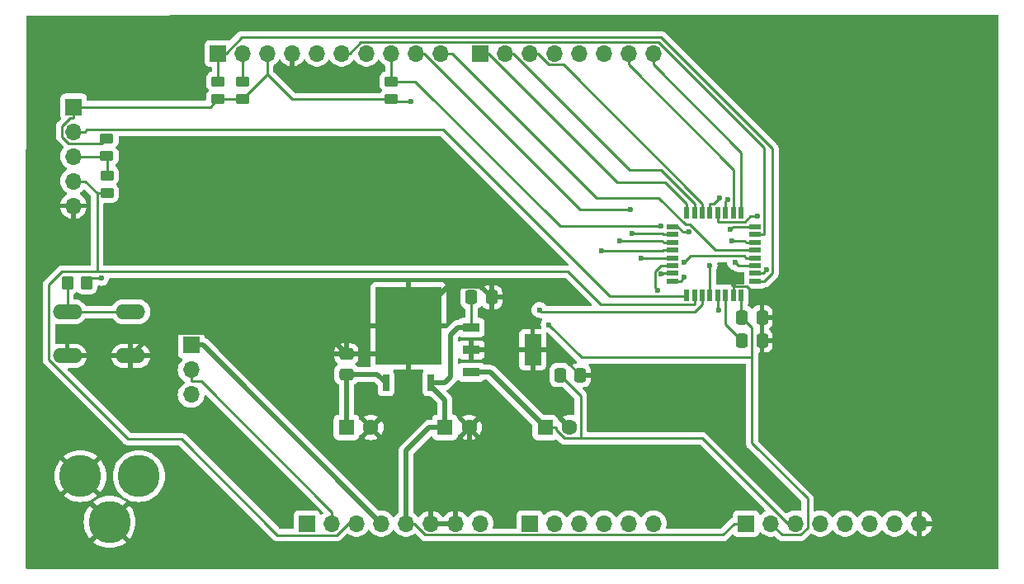
<source format=gbr>
%TF.GenerationSoftware,KiCad,Pcbnew,8.0.6*%
%TF.CreationDate,2025-01-18T19:56:56-05:00*%
%TF.ProjectId,RL78_G14_Arduino_32p,524c3738-5f47-4313-945f-41726475696e,rev?*%
%TF.SameCoordinates,Original*%
%TF.FileFunction,Copper,L1,Top*%
%TF.FilePolarity,Positive*%
%FSLAX46Y46*%
G04 Gerber Fmt 4.6, Leading zero omitted, Abs format (unit mm)*
G04 Created by KiCad (PCBNEW 8.0.6) date 2025-01-18 19:56:56*
%MOMM*%
%LPD*%
G01*
G04 APERTURE LIST*
G04 Aperture macros list*
%AMRoundRect*
0 Rectangle with rounded corners*
0 $1 Rounding radius*
0 $2 $3 $4 $5 $6 $7 $8 $9 X,Y pos of 4 corners*
0 Add a 4 corners polygon primitive as box body*
4,1,4,$2,$3,$4,$5,$6,$7,$8,$9,$2,$3,0*
0 Add four circle primitives for the rounded corners*
1,1,$1+$1,$2,$3*
1,1,$1+$1,$4,$5*
1,1,$1+$1,$6,$7*
1,1,$1+$1,$8,$9*
0 Add four rect primitives between the rounded corners*
20,1,$1+$1,$2,$3,$4,$5,0*
20,1,$1+$1,$4,$5,$6,$7,0*
20,1,$1+$1,$6,$7,$8,$9,0*
20,1,$1+$1,$8,$9,$2,$3,0*%
G04 Aperture macros list end*
%TA.AperFunction,SMDPad,CuDef*%
%ADD10R,1.200000X0.500000*%
%TD*%
%TA.AperFunction,SMDPad,CuDef*%
%ADD11R,0.500000X1.200000*%
%TD*%
%TA.AperFunction,SMDPad,CuDef*%
%ADD12RoundRect,0.250000X0.450000X-0.262500X0.450000X0.262500X-0.450000X0.262500X-0.450000X-0.262500X0*%
%TD*%
%TA.AperFunction,ComponentPad*%
%ADD13R,1.700000X1.700000*%
%TD*%
%TA.AperFunction,ComponentPad*%
%ADD14O,1.700000X1.700000*%
%TD*%
%TA.AperFunction,ComponentPad*%
%ADD15R,1.600000X1.600000*%
%TD*%
%TA.AperFunction,ComponentPad*%
%ADD16C,1.600000*%
%TD*%
%TA.AperFunction,SMDPad,CuDef*%
%ADD17RoundRect,0.250000X-0.337500X-0.475000X0.337500X-0.475000X0.337500X0.475000X-0.337500X0.475000X0*%
%TD*%
%TA.AperFunction,SMDPad,CuDef*%
%ADD18RoundRect,0.250000X-0.450000X0.262500X-0.450000X-0.262500X0.450000X-0.262500X0.450000X0.262500X0*%
%TD*%
%TA.AperFunction,ComponentPad*%
%ADD19O,3.048000X1.524000*%
%TD*%
%TA.AperFunction,SMDPad,CuDef*%
%ADD20R,0.711200X1.701800*%
%TD*%
%TA.AperFunction,SMDPad,CuDef*%
%ADD21R,6.756400X8.001000*%
%TD*%
%TA.AperFunction,SMDPad,CuDef*%
%ADD22RoundRect,0.250000X-0.350000X-0.450000X0.350000X-0.450000X0.350000X0.450000X-0.350000X0.450000X0*%
%TD*%
%TA.AperFunction,ComponentPad*%
%ADD23C,4.318000*%
%TD*%
%TA.AperFunction,SMDPad,CuDef*%
%ADD24RoundRect,0.250000X0.475000X-0.337500X0.475000X0.337500X-0.475000X0.337500X-0.475000X-0.337500X0*%
%TD*%
%TA.AperFunction,SMDPad,CuDef*%
%ADD25R,1.750000X0.950000*%
%TD*%
%TA.AperFunction,SMDPad,CuDef*%
%ADD26R,1.750000X3.200000*%
%TD*%
%TA.AperFunction,ViaPad*%
%ADD27C,0.600000*%
%TD*%
%TA.AperFunction,Conductor*%
%ADD28C,0.500000*%
%TD*%
%TA.AperFunction,Conductor*%
%ADD29C,0.250000*%
%TD*%
G04 APERTURE END LIST*
D10*
%TO.P,U4,32,P120/ANI19/VCOUT0*%
%TO.N,/CS_11*%
X116450000Y-52400000D03*
%TO.P,U4,31,P00/ANI17/TI00/TxD1/TRGDCLKA/(TRJO0)*%
%TO.N,Net-(J3-Pin_6)*%
X116450000Y-51600000D03*
%TO.P,U4,30,P01/ANI16/TO00/RxD1/TRGCLKB/TRJOP0*%
%TO.N,Net-(J3-Pin_5)*%
X116450000Y-50800000D03*
%TO.P,U4,29,P20/ANI0/AVREFP*%
%TO.N,Net-(J3-Pin_1)*%
X116450000Y-50000000D03*
%TO.P,U4,28,P21/ANI1/AVREFM*%
%TO.N,Net-(J3-Pin_2)*%
X116450000Y-49200000D03*
%TO.P,U4,27,P22/ANI2/ANO0*%
%TO.N,Net-(J3-Pin_3)*%
X116450000Y-48400000D03*
%TO.P,U4,26,P23/ANI3/AN01*%
%TO.N,Net-(J3-Pin_4)*%
X116450000Y-47600000D03*
D11*
%TO.P,U4,24,P10/SCK11/SCL11/TRDIOD1*%
%TO.N,/SCK_11*%
X117900000Y-45350000D03*
%TO.P,U4,23,P11/SI11/SDA11/TRDIOC1*%
%TO.N,/MISO_11*%
X118700000Y-45350000D03*
%TO.P,U4,22,P12/SO11/TRDIOB1/IVREF1*%
%TO.N,/MOSI_11*%
X119500000Y-45350000D03*
%TO.P,U4,21,P13/TxD2/SO20/TRDIOA1/VCMP1*%
%TO.N,/MOSI_20*%
X120300000Y-45350000D03*
%TO.P,U4,20,P14/RxD2/SI20/SDA20/TRDIOD0/(SCLA0)*%
%TO.N,/MISO_20*%
X121100000Y-45350000D03*
%TO.P,U4,19,P15/PCLBUZ1/SCK20/SCL20/TRDIOB0/(SDAA0)*%
%TO.N,/SCK_20*%
X121900000Y-45350000D03*
%TO.P,U4,18,P16/TI01/TO01/INTP5/TRDIOC0/VREF0/(RxD0)*%
%TO.N,Net-(J4-Pin_7)*%
X122700000Y-45350000D03*
D10*
%TO.P,U4,16,P51/INTP2/SO00/TxD0/TOOLTxD/TRGIOB*%
%TO.N,/MOSI_00*%
X124950000Y-46800000D03*
%TO.P,U4,15,P50/INTP1/SI00/RxD0//TOOLRxD/SDA00/TRGIOA/(TRJO0)*%
%TO.N,/MISO_00*%
X124950000Y-47600000D03*
%TO.P,U4,14,P30/INTP3/SCK00/SCL00/TRJO0*%
%TO.N,/SCK_00*%
X124950000Y-48400000D03*
%TO.P,U4,13,P70*%
%TO.N,Net-(J2-Pin_10)*%
X124950000Y-49200000D03*
%TO.P,U4,12,P31/TI03/TO03/INTP4/PCLBUZ0/(TRJO0)*%
%TO.N,Net-(J2-Pin_9)*%
X124950000Y-50000000D03*
%TO.P,U4,11,P62/~{SSI00}*%
%TO.N,/CS_00*%
X124950000Y-50800000D03*
%TO.P,U4,10,P61/SDAA0*%
%TO.N,/SDA*%
X124950000Y-51600000D03*
D11*
%TO.P,U4,8,VDD*%
%TO.N,VCC*%
X123500000Y-53850000D03*
%TO.P,U4,7,GND*%
%TO.N,GND*%
X122700000Y-53850000D03*
%TO.P,U4,6,REGC*%
%TO.N,Net-(U4-REGC)*%
X121900000Y-53850000D03*
%TO.P,U4,5,P121/X1*%
%TO.N,/P121*%
X121100000Y-53850000D03*
%TO.P,U4,4,P122/X2/EXCLK*%
%TO.N,/P122*%
X120300000Y-53850000D03*
%TO.P,U4,3,P137/INTP0*%
%TO.N,Net-(S1-S)*%
X119500000Y-53850000D03*
%TO.P,U4,2,~{RESET}*%
%TO.N,/~{RESET}*%
X118700000Y-53850000D03*
%TO.P,U4,1,P40/TOOL0*%
%TO.N,Net-(P3-Pin_2)*%
X117900000Y-53850000D03*
D10*
%TO.P,U4,9,P60/SCLAA0*%
%TO.N,/SCL*%
X124950000Y-52400000D03*
D11*
%TO.P,U4,17,P17/TI02/TO02/TRDIOA0/TRDCLK/VCMP0/(TxD0)*%
%TO.N,Net-(J4-Pin_8)*%
X123500000Y-45350000D03*
D10*
%TO.P,U4,25,P147/ANI18/VCOUT1*%
%TO.N,/CS_20*%
X116450000Y-46800000D03*
%TD*%
D12*
%TO.P,R8,1*%
%TO.N,VCC*%
X87578000Y-33712500D03*
%TO.P,R8,2*%
%TO.N,/CS_00*%
X87578000Y-31887500D03*
%TD*%
D13*
%TO.P,J5,1,Pin_1*%
%TO.N,+5V*%
X124000000Y-77260000D03*
D14*
%TO.P,J5,2,Pin_2*%
%TO.N,VCC*%
X126540000Y-77260000D03*
%TO.P,J5,3,Pin_3*%
%TO.N,+3.3V*%
X129080000Y-77260000D03*
%TO.P,J5,4,Pin_4*%
%TO.N,/SCK_20*%
X131620000Y-77260000D03*
%TO.P,J5,5,Pin_5*%
%TO.N,/MISO_20*%
X134160000Y-77260000D03*
%TO.P,J5,6,Pin_6*%
%TO.N,/MOSI_20*%
X136700000Y-77260000D03*
%TO.P,J5,7,Pin_7*%
%TO.N,/CS_20*%
X139240000Y-77260000D03*
%TO.P,J5,8,Pin_8*%
%TO.N,GND*%
X141780000Y-77260000D03*
%TD*%
D13*
%TO.P,J3,1,Pin_1*%
%TO.N,Net-(J3-Pin_1)*%
X101802000Y-77260000D03*
D14*
%TO.P,J3,2,Pin_2*%
%TO.N,Net-(J3-Pin_2)*%
X104342000Y-77260000D03*
%TO.P,J3,3,Pin_3*%
%TO.N,Net-(J3-Pin_3)*%
X106882000Y-77260000D03*
%TO.P,J3,4,Pin_4*%
%TO.N,Net-(J3-Pin_4)*%
X109422000Y-77260000D03*
%TO.P,J3,5,Pin_5*%
%TO.N,Net-(J3-Pin_5)*%
X111962000Y-77260000D03*
%TO.P,J3,6,Pin_6*%
%TO.N,Net-(J3-Pin_6)*%
X114502000Y-77260000D03*
%TD*%
D13*
%TO.P,J2,1,Pin_1*%
%TO.N,/SCL*%
X69798000Y-29000000D03*
D14*
%TO.P,J2,2,Pin_2*%
%TO.N,/SDA*%
X72338000Y-29000000D03*
%TO.P,J2,3,Pin_3*%
%TO.N,VCC*%
X74878000Y-29000000D03*
%TO.P,J2,4,Pin_4*%
%TO.N,GND*%
X77418000Y-29000000D03*
%TO.P,J2,5,Pin_5*%
%TO.N,/SCK_00*%
X79958000Y-29000000D03*
%TO.P,J2,6,Pin_6*%
%TO.N,/MISO_00*%
X82498000Y-29000000D03*
%TO.P,J2,7,Pin_7*%
%TO.N,/MOSI_00*%
X85038000Y-29000000D03*
%TO.P,J2,8,Pin_8*%
%TO.N,/CS_00*%
X87578000Y-29000000D03*
%TO.P,J2,9,Pin_9*%
%TO.N,Net-(J2-Pin_9)*%
X90118000Y-29000000D03*
%TO.P,J2,10,Pin_10*%
%TO.N,Net-(J2-Pin_10)*%
X92658000Y-29000000D03*
%TD*%
D13*
%TO.P,J4,1,Pin_1*%
%TO.N,/SCK_11*%
X96722000Y-29000000D03*
D14*
%TO.P,J4,2,Pin_2*%
%TO.N,/MISO_11*%
X99262000Y-29000000D03*
%TO.P,J4,3,Pin_3*%
%TO.N,/MOSI_11*%
X101802000Y-29000000D03*
%TO.P,J4,4,Pin_4*%
%TO.N,/CS_11*%
X104342000Y-29000000D03*
%TO.P,J4,5,Pin_5*%
%TO.N,/P121*%
X106882000Y-29000000D03*
%TO.P,J4,6,Pin_6*%
%TO.N,/P122*%
X109422000Y-29000000D03*
%TO.P,J4,7,Pin_7*%
%TO.N,Net-(J4-Pin_7)*%
X111962000Y-29000000D03*
%TO.P,J4,8,Pin_8*%
%TO.N,Net-(J4-Pin_8)*%
X114502000Y-29000000D03*
%TD*%
D15*
%TO.P,C4,1*%
%TO.N,+5V*%
X93102000Y-67400000D03*
D16*
%TO.P,C4,2*%
%TO.N,GND*%
X95602000Y-67400000D03*
%TD*%
D17*
%TO.P,C8,1*%
%TO.N,Net-(U4-REGC)*%
X123562500Y-58500000D03*
%TO.P,C8,2*%
%TO.N,GND*%
X125637500Y-58500000D03*
%TD*%
D18*
%TO.P,R1,1*%
%TO.N,VCC*%
X58400000Y-37737500D03*
%TO.P,R1,2*%
%TO.N,Net-(P3-Pin_3)*%
X58400000Y-39562500D03*
%TD*%
D19*
%TO.P,S1,1,S*%
%TO.N,Net-(S1-S)*%
X54350800Y-55539400D03*
%TO.P,S1,2,S1*%
X60853200Y-55539400D03*
%TO.P,S1,3,P*%
%TO.N,GND*%
X54350800Y-60060600D03*
%TO.P,S1,4,P1*%
X60853200Y-60060600D03*
%TD*%
D15*
%TO.P,C2,1*%
%TO.N,/Vin*%
X83002000Y-67400000D03*
D16*
%TO.P,C2,2*%
%TO.N,GND*%
X85502000Y-67400000D03*
%TD*%
D13*
%TO.P,J1,1,Pin_1*%
%TO.N,unconnected-(J1-Pin_1-Pad1)*%
X78942000Y-77260000D03*
D14*
%TO.P,J1,2,Pin_2*%
%TO.N,VCC*%
X81482000Y-77260000D03*
%TO.P,J1,3,Pin_3*%
%TO.N,/~{RESET}*%
X84022000Y-77260000D03*
%TO.P,J1,4,Pin_4*%
%TO.N,+3.3V*%
X86562000Y-77260000D03*
%TO.P,J1,5,Pin_5*%
%TO.N,+5V*%
X89102000Y-77260000D03*
%TO.P,J1,6,Pin_6*%
%TO.N,GND*%
X91642000Y-77260000D03*
%TO.P,J1,7,Pin_7*%
X94182000Y-77260000D03*
%TO.P,J1,8,Pin_8*%
%TO.N,/Vin*%
X96722000Y-77260000D03*
%TD*%
D20*
%TO.P,U2,1,VCC*%
%TO.N,/Vin*%
X87049999Y-62850000D03*
D21*
%TO.P,U2,2,GND*%
%TO.N,GND*%
X89350000Y-56982600D03*
D20*
%TO.P,U2,3,OUT*%
%TO.N,+5V*%
X91650001Y-62850000D03*
%TD*%
D22*
%TO.P,R3,1*%
%TO.N,Net-(S1-S)*%
X54350000Y-52550000D03*
%TO.P,R3,2*%
%TO.N,VCC*%
X56350000Y-52550000D03*
%TD*%
D23*
%TO.P,P2,GND,GND*%
%TO.N,GND*%
X55700000Y-72400000D03*
%TO.P,P2,GNDBREAK,GNDBREAK*%
X58700000Y-77100000D03*
%TO.P,P2,PWR,PWR*%
%TO.N,/Vin*%
X61700000Y-72400000D03*
%TD*%
D12*
%TO.P,R5,1*%
%TO.N,VCC*%
X72338000Y-33712500D03*
%TO.P,R5,2*%
%TO.N,/SDA*%
X72338000Y-31887500D03*
%TD*%
D15*
%TO.P,C6,1*%
%TO.N,+3.3V*%
X103402000Y-67400000D03*
D16*
%TO.P,C6,2*%
%TO.N,GND*%
X105902000Y-67400000D03*
%TD*%
D12*
%TO.P,R4,1*%
%TO.N,VCC*%
X69798000Y-33712500D03*
%TO.P,R4,2*%
%TO.N,/SCL*%
X69798000Y-31887500D03*
%TD*%
D17*
%TO.P,C3,1*%
%TO.N,+5V*%
X95814500Y-54050000D03*
%TO.P,C3,2*%
%TO.N,GND*%
X97889500Y-54050000D03*
%TD*%
%TO.P,C7,1*%
%TO.N,VCC*%
X123562500Y-56100000D03*
%TO.P,C7,2*%
%TO.N,GND*%
X125637500Y-56100000D03*
%TD*%
D13*
%TO.P,JP1,1,A*%
%TO.N,+3.3V*%
X67052000Y-58960000D03*
D14*
%TO.P,JP1,2,C*%
%TO.N,VCC*%
X67052000Y-61500000D03*
%TO.P,JP1,3,B*%
%TO.N,+5V*%
X67052000Y-64040000D03*
%TD*%
D18*
%TO.P,R2,1*%
%TO.N,Net-(P3-Pin_3)*%
X58450000Y-41537500D03*
%TO.P,R2,2*%
%TO.N,/~{RESET}*%
X58450000Y-43362500D03*
%TD*%
D13*
%TO.P,P3,1,Pin_1*%
%TO.N,VCC*%
X55000000Y-34500000D03*
D14*
%TO.P,P3,2,Pin_2*%
%TO.N,Net-(P3-Pin_2)*%
X55000000Y-37040000D03*
%TO.P,P3,3,Pin_3*%
%TO.N,Net-(P3-Pin_3)*%
X55000000Y-39580000D03*
%TO.P,P3,4,Pin_4*%
%TO.N,/~{RESET}*%
X55000000Y-42120000D03*
%TO.P,P3,5,Pin_5*%
%TO.N,GND*%
X55000000Y-44660000D03*
%TD*%
D24*
%TO.P,C1,1*%
%TO.N,/Vin*%
X83002000Y-61950000D03*
%TO.P,C1,2*%
%TO.N,GND*%
X83002000Y-59875000D03*
%TD*%
D17*
%TO.P,C5,1*%
%TO.N,+3.3V*%
X104914500Y-62050000D03*
%TO.P,C5,2*%
%TO.N,GND*%
X106989500Y-62050000D03*
%TD*%
D25*
%TO.P,U3,1,IN*%
%TO.N,+5V*%
X95802000Y-57150000D03*
%TO.P,U3,2,GND_1*%
%TO.N,GND*%
X95802000Y-59450000D03*
%TO.P,U3,3,OUT*%
%TO.N,+3.3V*%
X95802000Y-61750000D03*
D26*
%TO.P,U3,4,GND_2*%
%TO.N,GND*%
X102102000Y-59450000D03*
%TD*%
D27*
%TO.N,GND*%
X73650000Y-42800000D03*
%TO.N,VCC*%
X89600000Y-33950000D03*
X103750000Y-56850000D03*
X57846200Y-52070000D03*
%TO.N,Net-(S1-S)*%
X102800000Y-55350000D03*
%TO.N,Net-(J3-Pin_1)*%
X113262700Y-50023000D03*
%TO.N,Net-(J3-Pin_5)*%
X114951000Y-53301900D03*
%TO.N,Net-(J3-Pin_6)*%
X115294700Y-51662500D03*
%TO.N,Net-(J3-Pin_4)*%
X112274500Y-47509300D03*
%TO.N,Net-(J3-Pin_2)*%
X109195300Y-49281000D03*
%TO.N,Net-(J3-Pin_3)*%
X111003400Y-48270400D03*
%TO.N,/CS_11*%
X117612400Y-51995600D03*
%TO.N,/MOSI_00*%
X122389100Y-47103000D03*
%TO.N,/CS_00*%
X115292700Y-46738800D03*
X122862900Y-50448400D03*
%TO.N,/SCK_00*%
X122586200Y-48265600D03*
%TO.N,/MISO_20*%
X125137300Y-45735000D03*
%TO.N,/SCK_20*%
X122083900Y-44043600D03*
%TO.N,/CS_20*%
X118109800Y-47353500D03*
%TO.N,/MOSI_20*%
X121262500Y-43840700D03*
%TO.N,Net-(J2-Pin_9)*%
X112160200Y-45015700D03*
X117665600Y-50441200D03*
%TO.N,/P121*%
X121202700Y-55405000D03*
%TO.N,/P122*%
X120258300Y-50763300D03*
%TO.N,/SDA*%
X126078400Y-51219200D03*
%TD*%
D28*
%TO.N,GND*%
X97889500Y-54050000D02*
X96714500Y-52875000D01*
X96714500Y-52875000D02*
X93457600Y-52875000D01*
X93457600Y-52875000D02*
X89350000Y-56982600D01*
X97950000Y-59450000D02*
X102102000Y-59450000D01*
X95802000Y-59450000D02*
X97950000Y-59450000D01*
X97950000Y-59450000D02*
X97950000Y-59200000D01*
X97950000Y-59200000D02*
X97889500Y-59139500D01*
X97889500Y-59139500D02*
X97889500Y-54050000D01*
D29*
%TO.N,Net-(S1-S)*%
X102800000Y-55350000D02*
X103018000Y-55568000D01*
X118708700Y-55568000D02*
X119500000Y-54776700D01*
X103018000Y-55568000D02*
X118708700Y-55568000D01*
X119500000Y-54776700D02*
X119500000Y-53850000D01*
%TO.N,VCC*%
X89600000Y-33950000D02*
X87815500Y-33950000D01*
X87815500Y-33950000D02*
X87578000Y-33712500D01*
X107100000Y-60200000D02*
X103750000Y-56850000D01*
X124600000Y-60200000D02*
X107100000Y-60200000D01*
X124600000Y-57137500D02*
X124600000Y-60200000D01*
X124600000Y-60200000D02*
X124600000Y-69020400D01*
%TO.N,/~{RESET}*%
X84022000Y-77260000D02*
X83211100Y-77260000D01*
X83211100Y-77260000D02*
X82012400Y-78458700D01*
X52471200Y-52736000D02*
X53785500Y-51421700D01*
X82012400Y-78458700D02*
X75937700Y-78458700D01*
X75937700Y-78458700D02*
X66068700Y-68589700D01*
X52471200Y-60485600D02*
X52471200Y-52736000D01*
X66068700Y-68589700D02*
X60575300Y-68589700D01*
X60575300Y-68589700D02*
X52471200Y-60485600D01*
X53785500Y-51421700D02*
X57419200Y-51421700D01*
%TO.N,+5V*%
X89102000Y-77260000D02*
X89911000Y-77260000D01*
X89911000Y-77260000D02*
X91087700Y-78436700D01*
X91087700Y-78436700D02*
X121646600Y-78436700D01*
X121646600Y-78436700D02*
X122823300Y-77260000D01*
X122823300Y-77260000D02*
X124000000Y-77260000D01*
%TO.N,+3.3V*%
X129080000Y-77260000D02*
X128271100Y-77260000D01*
X128271100Y-77260000D02*
X119537800Y-68526700D01*
X119537800Y-68526700D02*
X107046100Y-68526700D01*
%TO.N,/MOSI_11*%
X101802000Y-29000000D02*
X102610900Y-29000000D01*
X102610900Y-29000000D02*
X103787600Y-30176700D01*
X103787600Y-30176700D02*
X105253400Y-30176700D01*
X105253400Y-30176700D02*
X119500000Y-44423300D01*
X119500000Y-44423300D02*
X119500000Y-45350000D01*
%TO.N,/MISO_11*%
X118700000Y-45350000D02*
X118700000Y-44423300D01*
X112078000Y-40990000D02*
X100088000Y-29000000D01*
X118700000Y-44423300D02*
X115266700Y-40990000D01*
X115266700Y-40990000D02*
X112078000Y-40990000D01*
X100088000Y-29000000D02*
X99262000Y-29000000D01*
%TO.N,/SCK_11*%
X96722000Y-29000000D02*
X97531000Y-29000000D01*
X97531000Y-29000000D02*
X110774500Y-42243500D01*
X110774500Y-42243500D02*
X115720200Y-42243500D01*
X115720200Y-42243500D02*
X117900000Y-44423300D01*
X117900000Y-44423300D02*
X117900000Y-45350000D01*
%TO.N,Net-(J2-Pin_9)*%
X90118000Y-29000000D02*
X90927000Y-29000000D01*
X90927000Y-29000000D02*
X106942700Y-45015700D01*
X106942700Y-45015700D02*
X112160200Y-45015700D01*
%TO.N,/MISO_00*%
X124950000Y-47600000D02*
X125876700Y-47600000D01*
X125876700Y-47600000D02*
X125876700Y-38663300D01*
X125876700Y-38663300D02*
X115036700Y-27823300D01*
X115036700Y-27823300D02*
X84483600Y-27823300D01*
X84483600Y-27823300D02*
X83306900Y-29000000D01*
X83306900Y-29000000D02*
X82498000Y-29000000D01*
%TO.N,/SCL*%
X124950000Y-52400000D02*
X125876700Y-52400000D01*
X125876700Y-52400000D02*
X126705100Y-51571600D01*
X126705100Y-51571600D02*
X126705100Y-38796900D01*
X126705100Y-38796900D02*
X115277100Y-27368900D01*
X115277100Y-27368900D02*
X72238100Y-27368900D01*
X72238100Y-27368900D02*
X70607000Y-29000000D01*
X70607000Y-29000000D02*
X69798000Y-29000000D01*
%TO.N,/~{RESET}*%
X55000000Y-42120000D02*
X56176700Y-42120000D01*
X56176700Y-42120000D02*
X57419200Y-43362500D01*
X57419200Y-43362500D02*
X58450000Y-43362500D01*
X118700000Y-53850000D02*
X118700000Y-54776700D01*
X57419200Y-43362500D02*
X57419200Y-51421700D01*
X109094500Y-54776700D02*
X118700000Y-54776700D01*
X105739500Y-51421700D02*
X109094500Y-54776700D01*
X57419200Y-51421700D02*
X105739500Y-51421700D01*
%TO.N,VCC*%
X123500000Y-56037500D02*
X123562000Y-56100000D01*
X123500000Y-53850000D02*
X123500000Y-56037500D01*
X69010500Y-34500000D02*
X69798000Y-33712500D01*
X55000000Y-34500000D02*
X69010500Y-34500000D01*
X69798000Y-33712500D02*
X72338000Y-33712500D01*
X67052000Y-61500000D02*
X67052000Y-62676700D01*
X68075400Y-62676700D02*
X81482000Y-76083300D01*
X67052000Y-62676700D02*
X68075400Y-62676700D01*
X56830000Y-52070000D02*
X56350000Y-52550000D01*
X57846200Y-52070000D02*
X56830000Y-52070000D01*
X77418000Y-33712500D02*
X74878000Y-31172500D01*
X87578000Y-33712500D02*
X77418000Y-33712500D01*
X74878000Y-29000000D02*
X74878000Y-31172500D01*
X74878000Y-31172500D02*
X72338000Y-33712500D01*
X123562000Y-56100000D02*
X123562500Y-56100000D01*
X54632200Y-35676700D02*
X55000000Y-35676700D01*
X53823300Y-36485600D02*
X54632200Y-35676700D01*
X53823300Y-37553900D02*
X53823300Y-36485600D01*
X54507800Y-38238400D02*
X53823300Y-37553900D01*
X57899100Y-38238400D02*
X54507800Y-38238400D01*
X58400000Y-37737500D02*
X57899100Y-38238400D01*
X55000000Y-34500000D02*
X55000000Y-35676700D01*
X127716700Y-78436700D02*
X126540000Y-77260000D01*
X129581700Y-78436700D02*
X127716700Y-78436700D01*
X130293800Y-77724600D02*
X129581700Y-78436700D01*
X130293800Y-74714200D02*
X130293800Y-77724600D01*
X124600000Y-69020400D02*
X130293800Y-74714200D01*
X123562500Y-56100000D02*
X124600000Y-57137500D01*
X81482000Y-77260000D02*
X81482000Y-76083300D01*
%TO.N,Net-(S1-S)*%
X60853200Y-55539400D02*
X59002500Y-55539400D01*
X54350800Y-55539400D02*
X59002500Y-55539400D01*
X54350000Y-55538600D02*
X54350800Y-55539400D01*
X54350000Y-52550000D02*
X54350000Y-55538600D01*
D28*
%TO.N,/Vin*%
X83002000Y-61950000D02*
X83002000Y-67400000D01*
X86150000Y-61950000D02*
X87050000Y-62850000D01*
X83002000Y-61950000D02*
X86150000Y-61950000D01*
D29*
%TO.N,Net-(J3-Pin_1)*%
X115500300Y-50023000D02*
X115523300Y-50000000D01*
X113262700Y-50023000D02*
X115500300Y-50023000D01*
X116450000Y-50000000D02*
X115523300Y-50000000D01*
%TO.N,Net-(J3-Pin_5)*%
X114667900Y-53018800D02*
X114951000Y-53301900D01*
X114667900Y-51356900D02*
X114667900Y-53018800D01*
X115224800Y-50800000D02*
X114667900Y-51356900D01*
X116450000Y-50800000D02*
X115224800Y-50800000D01*
%TO.N,Net-(P3-Pin_3)*%
X58450000Y-39647500D02*
X58382500Y-39580000D01*
X58450000Y-41537500D02*
X58450000Y-39647500D01*
X55000000Y-39580000D02*
X58382500Y-39580000D01*
X58382500Y-39580000D02*
X58400000Y-39562500D01*
%TO.N,Net-(P3-Pin_2)*%
X117805800Y-53944200D02*
X117900000Y-53850000D01*
X109981300Y-53944200D02*
X117805800Y-53944200D01*
X92899400Y-36862300D02*
X109981300Y-53944200D01*
X56354400Y-36862300D02*
X92899400Y-36862300D01*
X56176700Y-37040000D02*
X56354400Y-36862300D01*
X55000000Y-37040000D02*
X56176700Y-37040000D01*
%TO.N,Net-(J3-Pin_6)*%
X116450000Y-51600000D02*
X115523300Y-51600000D01*
X115460800Y-51662500D02*
X115523300Y-51600000D01*
X115294700Y-51662500D02*
X115460800Y-51662500D01*
%TO.N,Net-(J3-Pin_4)*%
X116450000Y-47600000D02*
X115523300Y-47600000D01*
X115432600Y-47509300D02*
X112274500Y-47509300D01*
X115523300Y-47600000D02*
X115432600Y-47509300D01*
%TO.N,Net-(J3-Pin_2)*%
X115442300Y-49281000D02*
X115523300Y-49200000D01*
X109195300Y-49281000D02*
X115442300Y-49281000D01*
X116450000Y-49200000D02*
X115523300Y-49200000D01*
%TO.N,Net-(J3-Pin_3)*%
X115393700Y-48270400D02*
X115523300Y-48400000D01*
X111003400Y-48270400D02*
X115393700Y-48270400D01*
X116450000Y-48400000D02*
X115523300Y-48400000D01*
D28*
%TO.N,+5V*%
X93102000Y-64602000D02*
X93102000Y-67400000D01*
X91650000Y-63150000D02*
X93102000Y-64602000D01*
X91650000Y-62850000D02*
X91650000Y-63150000D01*
X94400000Y-57150000D02*
X95802000Y-57150000D01*
X93650000Y-57900000D02*
X94400000Y-57150000D01*
X93650000Y-62250000D02*
X93650000Y-57900000D01*
X93050000Y-62850000D02*
X93650000Y-62250000D01*
X91650000Y-62850000D02*
X93050000Y-62850000D01*
D29*
X95814500Y-57137500D02*
X95802000Y-57150000D01*
X95814500Y-54050000D02*
X95814500Y-57137500D01*
D28*
X89102000Y-69802000D02*
X89102000Y-77260000D01*
X91504000Y-67400000D02*
X89102000Y-69802000D01*
X93102000Y-67400000D02*
X91504000Y-67400000D01*
D29*
%TO.N,/CS_11*%
X117376700Y-52231300D02*
X117376700Y-52400000D01*
X117612400Y-51995600D02*
X117376700Y-52231300D01*
X116450000Y-52400000D02*
X117376700Y-52400000D01*
%TO.N,Net-(J4-Pin_7)*%
X122730300Y-44393000D02*
X122700000Y-44423300D01*
X122730300Y-40945000D02*
X122730300Y-44393000D01*
X111962000Y-30176700D02*
X122730300Y-40945000D01*
X111962000Y-29000000D02*
X111962000Y-30176700D01*
X122700000Y-45350000D02*
X122700000Y-44423300D01*
%TO.N,/MOSI_00*%
X122692100Y-46800000D02*
X124950000Y-46800000D01*
X122389100Y-47103000D02*
X122692100Y-46800000D01*
%TO.N,/CS_00*%
X87578000Y-29000000D02*
X87578000Y-31887500D01*
X123214500Y-50800000D02*
X122862900Y-50448400D01*
X124950000Y-50800000D02*
X123214500Y-50800000D01*
X104899400Y-46738800D02*
X115292700Y-46738800D01*
X90048100Y-31887500D02*
X104899400Y-46738800D01*
X87578000Y-31887500D02*
X90048100Y-31887500D01*
%TO.N,Net-(J4-Pin_8)*%
X123500000Y-39174700D02*
X123500000Y-45350000D01*
X114502000Y-30176700D02*
X123500000Y-39174700D01*
X114502000Y-29000000D02*
X114502000Y-30176700D01*
%TO.N,/SCK_00*%
X123888900Y-48265600D02*
X124023300Y-48400000D01*
X122586200Y-48265600D02*
X123888900Y-48265600D01*
X124950000Y-48400000D02*
X124023300Y-48400000D01*
%TO.N,/MISO_20*%
X123885400Y-46276700D02*
X121100000Y-46276700D01*
X124427100Y-45735000D02*
X123885400Y-46276700D01*
X125137300Y-45735000D02*
X124427100Y-45735000D01*
X121100000Y-45350000D02*
X121100000Y-46276700D01*
%TO.N,/SCK_20*%
X121900000Y-44227500D02*
X121900000Y-45350000D01*
X122083900Y-44043600D02*
X121900000Y-44227500D01*
%TO.N,/CS_20*%
X117515600Y-47353500D02*
X118109800Y-47353500D01*
X116962100Y-46800000D02*
X117515600Y-47353500D01*
X116450000Y-46800000D02*
X116962100Y-46800000D01*
%TO.N,/MOSI_20*%
X120679900Y-44423300D02*
X120300000Y-44423300D01*
X121262500Y-43840700D02*
X120679900Y-44423300D01*
X120300000Y-45350000D02*
X120300000Y-44423300D01*
%TO.N,Net-(J2-Pin_9)*%
X123840500Y-49817200D02*
X124023300Y-50000000D01*
X118289600Y-49817200D02*
X123840500Y-49817200D01*
X117665600Y-50441200D02*
X118289600Y-49817200D01*
X124950000Y-50000000D02*
X124023300Y-50000000D01*
%TO.N,Net-(J2-Pin_10)*%
X92658000Y-29000000D02*
X93834700Y-29000000D01*
X124950000Y-49200000D02*
X124023300Y-49200000D01*
X108650300Y-43815600D02*
X93834700Y-29000000D01*
X115029700Y-43815600D02*
X108650300Y-43815600D01*
X117787200Y-46573100D02*
X115029700Y-43815600D01*
X118215700Y-46573100D02*
X117787200Y-46573100D01*
X120842600Y-49200000D02*
X118215700Y-46573100D01*
X124023300Y-49200000D02*
X120842600Y-49200000D01*
%TO.N,/P121*%
X121100000Y-55302300D02*
X121100000Y-53850000D01*
X121202700Y-55405000D02*
X121100000Y-55302300D01*
D28*
%TO.N,+3.3V*%
X68262000Y-58960000D02*
X86562000Y-77260000D01*
X67052000Y-58960000D02*
X68262000Y-58960000D01*
X97752000Y-61750000D02*
X103402000Y-67400000D01*
X95802000Y-61750000D02*
X97752000Y-61750000D01*
D29*
X103402000Y-67400000D02*
X104528700Y-67400000D01*
X107046100Y-64181600D02*
X104914500Y-62050000D01*
X107046100Y-68526700D02*
X107046100Y-64181600D01*
X104528700Y-67681800D02*
X104528700Y-67400000D01*
X105373600Y-68526700D02*
X104528700Y-67681800D01*
X107046100Y-68526700D02*
X105373600Y-68526700D01*
%TO.N,/P122*%
X120300000Y-50805000D02*
X120300000Y-53850000D01*
X120258300Y-50763300D02*
X120300000Y-50805000D01*
%TO.N,/SCL*%
X69798000Y-31887500D02*
X69798000Y-29000000D01*
%TO.N,/SDA*%
X125876700Y-51420900D02*
X125876700Y-51600000D01*
X126078400Y-51219200D02*
X125876700Y-51420900D01*
X124950000Y-51600000D02*
X125876700Y-51600000D01*
X72338000Y-31887500D02*
X72338000Y-29000000D01*
%TO.N,Net-(U4-REGC)*%
X123562000Y-58500000D02*
X122775200Y-57713000D01*
X122775500Y-57713000D02*
X123562500Y-58500000D01*
X122775200Y-57713000D02*
X122775500Y-57713000D01*
X121900000Y-56837500D02*
X121900000Y-53850000D01*
X122775200Y-57713000D02*
X121900000Y-56837500D01*
D28*
%TO.N,GND*%
X63253800Y-57660000D02*
X60853200Y-60060600D01*
X80787000Y-57660000D02*
X63253800Y-57660000D01*
X83002000Y-59875000D02*
X80787000Y-57660000D01*
X94182000Y-74318000D02*
X94182000Y-77260000D01*
X95602000Y-72898000D02*
X94182000Y-74318000D01*
X95602000Y-67400000D02*
X95602000Y-72898000D01*
X102102000Y-63600000D02*
X105902000Y-67400000D01*
X102102000Y-59450000D02*
X102102000Y-63600000D01*
D29*
X104390000Y-59450000D02*
X106990000Y-62050000D01*
X102102000Y-59450000D02*
X104390000Y-59450000D01*
D28*
X83002000Y-59875000D02*
X86457600Y-59875000D01*
D29*
X86457600Y-59875000D02*
X89350000Y-56982600D01*
X122700000Y-53000000D02*
X122700000Y-53850000D01*
X122800000Y-52900000D02*
X122700000Y-53000000D01*
X124050000Y-52900000D02*
X122800000Y-52900000D01*
X125638000Y-54487500D02*
X124050000Y-52900000D01*
X125638000Y-58500000D02*
X125638000Y-54487500D01*
X140600000Y-58500000D02*
X125638000Y-58500000D01*
X141780000Y-59680000D02*
X140600000Y-58500000D01*
X141780000Y-77260000D02*
X141780000Y-59680000D01*
%TD*%
%TA.AperFunction,Conductor*%
%TO.N,GND*%
G36*
X105492773Y-52074885D02*
G01*
X105513415Y-52091519D01*
X108144714Y-54722819D01*
X108178199Y-54784142D01*
X108173215Y-54853834D01*
X108131343Y-54909767D01*
X108065879Y-54934184D01*
X108057033Y-54934500D01*
X103562313Y-54934500D01*
X103495274Y-54914815D01*
X103457319Y-54876472D01*
X103456394Y-54875000D01*
X103436111Y-54842719D01*
X103307281Y-54713889D01*
X103153015Y-54616957D01*
X103098693Y-54597949D01*
X102981046Y-54556782D01*
X102981041Y-54556781D01*
X102800004Y-54536384D01*
X102799996Y-54536384D01*
X102618958Y-54556781D01*
X102618953Y-54556782D01*
X102446982Y-54616958D01*
X102292718Y-54713889D01*
X102163889Y-54842718D01*
X102066958Y-54996982D01*
X102006782Y-55168953D01*
X102006781Y-55168958D01*
X101986384Y-55349996D01*
X101986384Y-55350003D01*
X102006781Y-55531041D01*
X102006782Y-55531046D01*
X102026026Y-55586041D01*
X102066957Y-55703015D01*
X102163889Y-55857281D01*
X102292719Y-55986111D01*
X102446985Y-56083043D01*
X102604161Y-56138041D01*
X102618953Y-56143217D01*
X102618958Y-56143218D01*
X102783330Y-56161738D01*
X102816899Y-56170397D01*
X102833210Y-56177153D01*
X102833215Y-56177155D01*
X102955601Y-56201499D01*
X102955605Y-56201500D01*
X102955606Y-56201500D01*
X102955607Y-56201500D01*
X102978261Y-56201500D01*
X103045300Y-56221185D01*
X103091055Y-56273989D01*
X103100999Y-56343147D01*
X103083255Y-56391472D01*
X103016958Y-56496982D01*
X102956782Y-56668953D01*
X102956781Y-56668958D01*
X102936384Y-56849996D01*
X102936384Y-56850003D01*
X102956781Y-57031041D01*
X102956783Y-57031049D01*
X103010669Y-57185046D01*
X103014230Y-57254824D01*
X102979501Y-57315452D01*
X102917508Y-57347679D01*
X102893627Y-57350000D01*
X102352000Y-57350000D01*
X102352000Y-59200000D01*
X103477000Y-59200000D01*
X103477000Y-57802172D01*
X103476999Y-57802168D01*
X103475108Y-57784580D01*
X103487510Y-57715820D01*
X103535118Y-57664680D01*
X103602817Y-57647398D01*
X103612264Y-57648097D01*
X103612985Y-57648178D01*
X103614130Y-57648307D01*
X103678548Y-57675365D01*
X103687944Y-57683848D01*
X106623530Y-60619434D01*
X106657015Y-60680757D01*
X106652031Y-60750449D01*
X106610159Y-60806382D01*
X106548451Y-60830473D01*
X106499303Y-60835494D01*
X106332880Y-60890641D01*
X106332875Y-60890643D01*
X106183654Y-60982684D01*
X106059683Y-61106655D01*
X106055202Y-61112323D01*
X106053021Y-61110598D01*
X106010556Y-61148775D01*
X105941591Y-61159980D01*
X105877516Y-61132121D01*
X105855663Y-61106894D01*
X105855511Y-61107015D01*
X105852816Y-61103606D01*
X105851451Y-61102031D01*
X105851029Y-61101347D01*
X105725653Y-60975971D01*
X105725652Y-60975970D01*
X105587316Y-60890643D01*
X105574740Y-60882886D01*
X105574735Y-60882884D01*
X105406427Y-60827113D01*
X105302546Y-60816500D01*
X104526462Y-60816500D01*
X104526446Y-60816501D01*
X104422572Y-60827113D01*
X104254264Y-60882884D01*
X104254259Y-60882886D01*
X104103346Y-60975971D01*
X103977971Y-61101346D01*
X103884886Y-61252259D01*
X103884884Y-61252264D01*
X103829113Y-61420572D01*
X103818500Y-61524447D01*
X103818500Y-62575537D01*
X103818501Y-62575553D01*
X103829113Y-62679427D01*
X103883686Y-62844119D01*
X103884885Y-62847738D01*
X103977970Y-62998652D01*
X104103348Y-63124030D01*
X104254262Y-63217115D01*
X104422574Y-63272887D01*
X104526455Y-63283500D01*
X105200732Y-63283499D01*
X105267771Y-63303183D01*
X105288413Y-63319818D01*
X106376281Y-64407685D01*
X106409766Y-64469008D01*
X106412600Y-64495366D01*
X106412600Y-66029355D01*
X106392915Y-66096394D01*
X106340111Y-66142149D01*
X106270953Y-66152093D01*
X106256507Y-66149130D01*
X106128610Y-66114860D01*
X106128599Y-66114858D01*
X105902002Y-66095034D01*
X105901998Y-66095034D01*
X105675400Y-66114858D01*
X105675389Y-66114860D01*
X105455682Y-66173730D01*
X105455673Y-66173734D01*
X105249516Y-66269866D01*
X105249512Y-66269868D01*
X105176526Y-66320973D01*
X105176526Y-66320974D01*
X105855552Y-67000000D01*
X105849339Y-67000000D01*
X105747606Y-67027259D01*
X105656394Y-67079920D01*
X105581920Y-67154394D01*
X105529259Y-67245606D01*
X105502000Y-67347339D01*
X105502000Y-67353552D01*
X104814911Y-66666463D01*
X104776805Y-66658804D01*
X104726623Y-66610188D01*
X104711965Y-66554600D01*
X104710959Y-66554653D01*
X104710856Y-66554665D01*
X104710855Y-66554659D01*
X104710677Y-66554669D01*
X104710499Y-66551345D01*
X104707157Y-66520270D01*
X104703989Y-66490799D01*
X104652889Y-66353796D01*
X104565261Y-66236739D01*
X104448204Y-66149111D01*
X104311203Y-66098011D01*
X104250654Y-66091500D01*
X104250638Y-66091500D01*
X103217543Y-66091500D01*
X103150504Y-66071815D01*
X103129862Y-66055181D01*
X98235518Y-61160836D01*
X98235517Y-61160835D01*
X98154969Y-61107015D01*
X98141243Y-61097844D01*
X100727000Y-61097844D01*
X100733401Y-61157372D01*
X100733403Y-61157379D01*
X100783645Y-61292086D01*
X100783649Y-61292093D01*
X100869809Y-61407187D01*
X100869812Y-61407190D01*
X100984906Y-61493350D01*
X100984913Y-61493354D01*
X101119620Y-61543596D01*
X101119627Y-61543598D01*
X101179155Y-61549999D01*
X101179172Y-61550000D01*
X101852000Y-61550000D01*
X102352000Y-61550000D01*
X103024828Y-61550000D01*
X103024844Y-61549999D01*
X103084372Y-61543598D01*
X103084379Y-61543596D01*
X103219086Y-61493354D01*
X103219093Y-61493350D01*
X103334187Y-61407190D01*
X103334190Y-61407187D01*
X103420350Y-61292093D01*
X103420354Y-61292086D01*
X103470596Y-61157379D01*
X103470598Y-61157372D01*
X103476999Y-61097844D01*
X103477000Y-61097827D01*
X103477000Y-59700000D01*
X102352000Y-59700000D01*
X102352000Y-61550000D01*
X101852000Y-61550000D01*
X101852000Y-59700000D01*
X100727000Y-59700000D01*
X100727000Y-61097844D01*
X98141243Y-61097844D01*
X98111284Y-61077826D01*
X98061935Y-61057385D01*
X97973247Y-61020649D01*
X97973239Y-61020647D01*
X97899976Y-61006074D01*
X97826709Y-60991500D01*
X97826706Y-60991500D01*
X97162039Y-60991500D01*
X97095000Y-60971815D01*
X97062771Y-60941809D01*
X97040264Y-60911743D01*
X97040263Y-60911742D01*
X97040261Y-60911739D01*
X96923204Y-60824111D01*
X96902801Y-60816501D01*
X96786203Y-60773011D01*
X96725654Y-60766500D01*
X96725638Y-60766500D01*
X94878362Y-60766500D01*
X94878345Y-60766500D01*
X94817797Y-60773011D01*
X94817795Y-60773011D01*
X94680795Y-60824111D01*
X94660030Y-60839656D01*
X94606809Y-60879496D01*
X94541347Y-60903913D01*
X94473074Y-60889061D01*
X94423668Y-60839656D01*
X94408500Y-60780229D01*
X94408500Y-60409153D01*
X94428185Y-60342114D01*
X94480989Y-60296359D01*
X94550147Y-60286415D01*
X94606812Y-60309887D01*
X94684910Y-60368352D01*
X94684913Y-60368354D01*
X94819620Y-60418596D01*
X94819627Y-60418598D01*
X94879155Y-60424999D01*
X94879172Y-60425000D01*
X95552000Y-60425000D01*
X96052000Y-60425000D01*
X96724828Y-60425000D01*
X96724844Y-60424999D01*
X96784372Y-60418598D01*
X96784379Y-60418596D01*
X96919086Y-60368354D01*
X96919093Y-60368350D01*
X97034187Y-60282190D01*
X97034190Y-60282187D01*
X97120350Y-60167093D01*
X97120354Y-60167086D01*
X97170596Y-60032379D01*
X97170598Y-60032372D01*
X97176999Y-59972844D01*
X97177000Y-59972827D01*
X97177000Y-59700000D01*
X96052000Y-59700000D01*
X96052000Y-60425000D01*
X95552000Y-60425000D01*
X95552000Y-59200000D01*
X96052000Y-59200000D01*
X97177000Y-59200000D01*
X97177000Y-58927172D01*
X97176999Y-58927155D01*
X97170598Y-58867627D01*
X97170596Y-58867620D01*
X97120354Y-58732913D01*
X97120350Y-58732906D01*
X97034190Y-58617812D01*
X97034187Y-58617809D01*
X96919093Y-58531649D01*
X96919086Y-58531645D01*
X96784379Y-58481403D01*
X96784372Y-58481401D01*
X96724844Y-58475000D01*
X96052000Y-58475000D01*
X96052000Y-59200000D01*
X95552000Y-59200000D01*
X95552000Y-58475000D01*
X94879155Y-58475000D01*
X94819627Y-58481401D01*
X94819620Y-58481403D01*
X94684913Y-58531645D01*
X94684911Y-58531646D01*
X94606811Y-58590113D01*
X94541347Y-58614530D01*
X94473074Y-58599679D01*
X94423668Y-58550274D01*
X94408500Y-58490846D01*
X94408500Y-58265542D01*
X94428185Y-58198503D01*
X94444813Y-58177866D01*
X94528485Y-58094194D01*
X94589804Y-58060712D01*
X94659496Y-58065696D01*
X94675589Y-58073046D01*
X94680794Y-58075887D01*
X94680796Y-58075889D01*
X94817799Y-58126989D01*
X94845050Y-58129918D01*
X94878345Y-58133499D01*
X94878362Y-58133500D01*
X96725638Y-58133500D01*
X96725654Y-58133499D01*
X96752692Y-58130591D01*
X96786201Y-58126989D01*
X96923204Y-58075889D01*
X97040261Y-57988261D01*
X97127889Y-57871204D01*
X97153643Y-57802155D01*
X100727000Y-57802155D01*
X100727000Y-59200000D01*
X101852000Y-59200000D01*
X101852000Y-57350000D01*
X101179155Y-57350000D01*
X101119627Y-57356401D01*
X101119620Y-57356403D01*
X100984913Y-57406645D01*
X100984906Y-57406649D01*
X100869812Y-57492809D01*
X100869809Y-57492812D01*
X100783649Y-57607906D01*
X100783645Y-57607913D01*
X100733403Y-57742620D01*
X100733401Y-57742627D01*
X100727000Y-57802155D01*
X97153643Y-57802155D01*
X97178989Y-57734201D01*
X97182591Y-57700692D01*
X97185499Y-57673654D01*
X97185500Y-57673637D01*
X97185500Y-56626362D01*
X97185499Y-56626345D01*
X97182157Y-56595270D01*
X97178989Y-56565799D01*
X97127889Y-56428796D01*
X97040261Y-56311739D01*
X96923204Y-56224111D01*
X96915359Y-56221185D01*
X96786203Y-56173011D01*
X96725654Y-56166500D01*
X96725638Y-56166500D01*
X96572000Y-56166500D01*
X96504961Y-56146815D01*
X96459206Y-56094011D01*
X96448000Y-56042500D01*
X96448000Y-55302814D01*
X96467685Y-55235775D01*
X96506903Y-55197276D01*
X96581364Y-55151347D01*
X96625652Y-55124030D01*
X96751030Y-54998652D01*
X96751449Y-54997971D01*
X96751859Y-54997602D01*
X96755511Y-54992985D01*
X96756299Y-54993608D01*
X96803389Y-54951244D01*
X96872350Y-54940014D01*
X96936436Y-54967850D01*
X96954261Y-54988420D01*
X96955202Y-54987677D01*
X96959683Y-54993344D01*
X97083654Y-55117315D01*
X97232875Y-55209356D01*
X97232880Y-55209358D01*
X97399302Y-55264505D01*
X97399309Y-55264506D01*
X97502019Y-55274999D01*
X97639499Y-55274999D01*
X98139500Y-55274999D01*
X98276972Y-55274999D01*
X98276986Y-55274998D01*
X98379697Y-55264505D01*
X98546119Y-55209358D01*
X98546124Y-55209356D01*
X98695345Y-55117315D01*
X98819315Y-54993345D01*
X98911356Y-54844124D01*
X98911358Y-54844119D01*
X98966505Y-54677697D01*
X98966506Y-54677690D01*
X98976999Y-54574986D01*
X98977000Y-54574973D01*
X98977000Y-54300000D01*
X98139500Y-54300000D01*
X98139500Y-55274999D01*
X97639499Y-55274999D01*
X97639500Y-55274998D01*
X97639500Y-53800000D01*
X98139500Y-53800000D01*
X98976999Y-53800000D01*
X98976999Y-53525028D01*
X98976998Y-53525013D01*
X98966505Y-53422302D01*
X98911358Y-53255880D01*
X98911356Y-53255875D01*
X98819315Y-53106654D01*
X98695345Y-52982684D01*
X98546124Y-52890643D01*
X98546119Y-52890641D01*
X98379697Y-52835494D01*
X98379690Y-52835493D01*
X98276986Y-52825000D01*
X98139500Y-52825000D01*
X98139500Y-53800000D01*
X97639500Y-53800000D01*
X97639500Y-52825000D01*
X97502027Y-52825000D01*
X97502012Y-52825001D01*
X97399302Y-52835494D01*
X97232880Y-52890641D01*
X97232875Y-52890643D01*
X97083654Y-52982684D01*
X96959683Y-53106655D01*
X96955202Y-53112323D01*
X96953021Y-53110598D01*
X96910556Y-53148775D01*
X96841591Y-53159980D01*
X96777516Y-53132121D01*
X96755663Y-53106894D01*
X96755511Y-53107015D01*
X96752816Y-53103606D01*
X96751451Y-53102031D01*
X96751029Y-53101347D01*
X96625653Y-52975971D01*
X96625652Y-52975970D01*
X96487316Y-52890643D01*
X96474740Y-52882886D01*
X96474735Y-52882884D01*
X96306427Y-52827113D01*
X96202546Y-52816500D01*
X95426462Y-52816500D01*
X95426446Y-52816501D01*
X95322572Y-52827113D01*
X95154264Y-52882884D01*
X95154259Y-52882886D01*
X95003346Y-52975971D01*
X94877971Y-53101346D01*
X94784886Y-53252259D01*
X94784884Y-53252264D01*
X94729113Y-53420572D01*
X94718500Y-53524447D01*
X94718500Y-54575537D01*
X94718501Y-54575553D01*
X94729113Y-54679427D01*
X94784884Y-54847735D01*
X94784886Y-54847740D01*
X94800783Y-54873513D01*
X94877322Y-54997602D01*
X94877971Y-54998653D01*
X95003347Y-55124029D01*
X95003351Y-55124032D01*
X95122097Y-55197276D01*
X95168822Y-55249224D01*
X95181000Y-55302814D01*
X95181000Y-56042500D01*
X95161315Y-56109539D01*
X95108511Y-56155294D01*
X95057000Y-56166500D01*
X94878345Y-56166500D01*
X94817797Y-56173011D01*
X94817795Y-56173011D01*
X94680795Y-56224111D01*
X94563738Y-56311740D01*
X94563735Y-56311743D01*
X94541229Y-56341809D01*
X94485296Y-56383681D01*
X94441961Y-56391500D01*
X94325293Y-56391500D01*
X94298079Y-56396913D01*
X94270864Y-56402327D01*
X94270863Y-56402327D01*
X94178759Y-56420647D01*
X94178749Y-56420650D01*
X94159084Y-56428796D01*
X94040719Y-56477824D01*
X94040709Y-56477829D01*
X93916485Y-56560833D01*
X93863660Y-56613658D01*
X93810835Y-56666484D01*
X93281038Y-57196281D01*
X93219715Y-57229766D01*
X93193357Y-57232600D01*
X89600000Y-57232600D01*
X89600000Y-61483100D01*
X90797759Y-61483100D01*
X90864798Y-61502785D01*
X90910553Y-61555589D01*
X90920497Y-61624747D01*
X90897027Y-61681408D01*
X90868409Y-61719637D01*
X90843512Y-61752895D01*
X90792412Y-61889895D01*
X90792412Y-61889897D01*
X90785901Y-61950445D01*
X90785901Y-63749554D01*
X90792412Y-63810102D01*
X90792412Y-63810104D01*
X90826251Y-63900827D01*
X90843512Y-63947104D01*
X90931140Y-64064161D01*
X91048197Y-64151789D01*
X91185200Y-64202889D01*
X91212451Y-64205818D01*
X91245746Y-64209399D01*
X91245763Y-64209400D01*
X91585357Y-64209400D01*
X91652396Y-64229085D01*
X91673038Y-64245719D01*
X92307181Y-64879862D01*
X92340666Y-64941185D01*
X92343500Y-64967543D01*
X92343500Y-65970425D01*
X92323815Y-66037464D01*
X92271011Y-66083219D01*
X92232758Y-66093714D01*
X92192796Y-66098011D01*
X92192795Y-66098011D01*
X92055795Y-66149111D01*
X91938739Y-66236739D01*
X91851111Y-66353795D01*
X91800011Y-66490795D01*
X91800010Y-66490798D01*
X91795715Y-66530755D01*
X91768977Y-66595306D01*
X91711585Y-66635155D01*
X91672426Y-66641500D01*
X91429290Y-66641500D01*
X91356024Y-66656074D01*
X91282760Y-66670647D01*
X91282752Y-66670649D01*
X91144717Y-66727825D01*
X91020482Y-66810835D01*
X88512835Y-69318482D01*
X88429828Y-69442712D01*
X88429822Y-69442723D01*
X88400933Y-69512470D01*
X88400933Y-69512471D01*
X88372649Y-69580753D01*
X88372647Y-69580759D01*
X88343500Y-69727291D01*
X88343500Y-76068250D01*
X88323815Y-76135289D01*
X88295663Y-76166103D01*
X88178761Y-76257092D01*
X88178756Y-76257097D01*
X88026284Y-76422723D01*
X88026276Y-76422734D01*
X87935808Y-76561206D01*
X87882662Y-76606562D01*
X87813431Y-76615986D01*
X87750095Y-76586484D01*
X87728192Y-76561206D01*
X87637723Y-76422734D01*
X87637715Y-76422723D01*
X87485243Y-76257097D01*
X87485238Y-76257092D01*
X87323362Y-76131098D01*
X87307576Y-76118811D01*
X87307575Y-76118810D01*
X87307572Y-76118808D01*
X87109580Y-76011661D01*
X87109577Y-76011659D01*
X87109574Y-76011658D01*
X87109571Y-76011657D01*
X87109569Y-76011656D01*
X86896637Y-75938556D01*
X86674569Y-75901500D01*
X86449431Y-75901500D01*
X86449430Y-75901500D01*
X86363910Y-75915769D01*
X86294545Y-75907386D01*
X86255822Y-75881141D01*
X76926027Y-66551345D01*
X81693500Y-66551345D01*
X81693500Y-68248654D01*
X81700011Y-68309202D01*
X81700011Y-68309204D01*
X81714895Y-68349107D01*
X81751111Y-68446204D01*
X81838739Y-68563261D01*
X81955796Y-68650889D01*
X82070949Y-68693839D01*
X82092793Y-68701987D01*
X82092799Y-68701989D01*
X82120050Y-68704918D01*
X82153345Y-68708499D01*
X82153362Y-68708500D01*
X83850638Y-68708500D01*
X83850654Y-68708499D01*
X83877692Y-68705591D01*
X83911201Y-68701989D01*
X83911207Y-68701987D01*
X83925768Y-68696555D01*
X84048204Y-68650889D01*
X84165261Y-68563261D01*
X84252889Y-68446204D01*
X84303989Y-68309201D01*
X84307591Y-68275692D01*
X84310499Y-68248654D01*
X84310677Y-68245331D01*
X84310855Y-68245340D01*
X84310856Y-68245335D01*
X84310959Y-68245346D01*
X84312128Y-68245408D01*
X84330185Y-68183915D01*
X84382989Y-68138160D01*
X84415967Y-68132479D01*
X85102000Y-67446446D01*
X85102000Y-67452661D01*
X85129259Y-67554394D01*
X85181920Y-67645606D01*
X85256394Y-67720080D01*
X85347606Y-67772741D01*
X85449339Y-67800000D01*
X85455553Y-67800000D01*
X84776526Y-68479025D01*
X84849513Y-68530132D01*
X84849521Y-68530136D01*
X85055668Y-68626264D01*
X85055682Y-68626269D01*
X85275389Y-68685139D01*
X85275400Y-68685141D01*
X85501998Y-68704966D01*
X85502002Y-68704966D01*
X85728599Y-68685141D01*
X85728610Y-68685139D01*
X85948317Y-68626269D01*
X85948331Y-68626264D01*
X86154478Y-68530136D01*
X86227471Y-68479024D01*
X85548447Y-67800000D01*
X85554661Y-67800000D01*
X85656394Y-67772741D01*
X85747606Y-67720080D01*
X85822080Y-67645606D01*
X85874741Y-67554394D01*
X85902000Y-67452661D01*
X85902000Y-67446447D01*
X86581024Y-68125471D01*
X86632136Y-68052478D01*
X86728264Y-67846331D01*
X86728269Y-67846317D01*
X86787139Y-67626610D01*
X86787141Y-67626599D01*
X86806966Y-67400002D01*
X86806966Y-67399997D01*
X86787141Y-67173400D01*
X86787139Y-67173389D01*
X86728269Y-66953682D01*
X86728264Y-66953668D01*
X86632136Y-66747521D01*
X86632132Y-66747513D01*
X86581025Y-66674526D01*
X85902000Y-67353551D01*
X85902000Y-67347339D01*
X85874741Y-67245606D01*
X85822080Y-67154394D01*
X85747606Y-67079920D01*
X85656394Y-67027259D01*
X85554661Y-67000000D01*
X85548448Y-67000000D01*
X86227472Y-66320974D01*
X86154478Y-66269863D01*
X85948331Y-66173735D01*
X85948317Y-66173730D01*
X85728610Y-66114860D01*
X85728599Y-66114858D01*
X85502002Y-66095034D01*
X85501998Y-66095034D01*
X85275400Y-66114858D01*
X85275389Y-66114860D01*
X85055682Y-66173730D01*
X85055673Y-66173734D01*
X84849516Y-66269866D01*
X84849512Y-66269868D01*
X84776526Y-66320973D01*
X84776526Y-66320974D01*
X85455553Y-67000000D01*
X85449339Y-67000000D01*
X85347606Y-67027259D01*
X85256394Y-67079920D01*
X85181920Y-67154394D01*
X85129259Y-67245606D01*
X85102000Y-67347339D01*
X85102000Y-67353552D01*
X84414910Y-66666463D01*
X84376805Y-66658804D01*
X84326623Y-66610188D01*
X84311965Y-66554600D01*
X84310959Y-66554653D01*
X84310856Y-66554665D01*
X84310855Y-66554659D01*
X84310677Y-66554669D01*
X84310499Y-66551345D01*
X84307157Y-66520270D01*
X84303989Y-66490799D01*
X84252889Y-66353796D01*
X84165261Y-66236739D01*
X84048204Y-66149111D01*
X83911203Y-66098011D01*
X83871242Y-66093714D01*
X83806692Y-66066975D01*
X83766845Y-66009581D01*
X83760500Y-65970425D01*
X83760500Y-63073023D01*
X83780185Y-63005984D01*
X83819401Y-62967486D01*
X83950652Y-62886530D01*
X84076030Y-62761152D01*
X84076035Y-62761143D01*
X84080430Y-62755587D01*
X84137453Y-62715212D01*
X84177695Y-62708500D01*
X85784457Y-62708500D01*
X85851496Y-62728185D01*
X85872138Y-62744819D01*
X86149580Y-63022261D01*
X86183065Y-63083584D01*
X86185899Y-63109942D01*
X86185899Y-63749554D01*
X86192410Y-63810102D01*
X86192410Y-63810104D01*
X86226249Y-63900827D01*
X86243510Y-63947104D01*
X86331138Y-64064161D01*
X86448195Y-64151789D01*
X86585198Y-64202889D01*
X86612449Y-64205818D01*
X86645744Y-64209399D01*
X86645761Y-64209400D01*
X87454237Y-64209400D01*
X87454253Y-64209399D01*
X87481291Y-64206491D01*
X87514800Y-64202889D01*
X87651803Y-64151789D01*
X87768860Y-64064161D01*
X87856488Y-63947104D01*
X87907588Y-63810101D01*
X87911190Y-63776592D01*
X87914098Y-63749554D01*
X87914099Y-63749537D01*
X87914099Y-61950462D01*
X87914098Y-61950445D01*
X87910756Y-61919370D01*
X87907588Y-61889899D01*
X87905558Y-61884457D01*
X87874057Y-61800000D01*
X87856488Y-61752896D01*
X87802973Y-61681408D01*
X87778557Y-61615947D01*
X87793408Y-61547674D01*
X87842813Y-61498268D01*
X87902241Y-61483100D01*
X89100000Y-61483100D01*
X89100000Y-57232600D01*
X85471800Y-57232600D01*
X85471800Y-61030944D01*
X85474306Y-61054244D01*
X85461901Y-61123004D01*
X85414291Y-61174141D01*
X85351017Y-61191500D01*
X84177695Y-61191500D01*
X84110656Y-61171815D01*
X84080430Y-61144413D01*
X84076032Y-61138851D01*
X84076030Y-61138848D01*
X83950652Y-61013470D01*
X83950651Y-61013469D01*
X83949963Y-61013045D01*
X83949590Y-61012630D01*
X83944985Y-61008989D01*
X83945607Y-61008202D01*
X83903238Y-60961098D01*
X83892015Y-60892135D01*
X83919858Y-60828053D01*
X83940423Y-60810242D01*
X83939677Y-60809298D01*
X83945344Y-60804816D01*
X84069315Y-60680845D01*
X84161356Y-60531624D01*
X84161358Y-60531619D01*
X84216505Y-60365197D01*
X84216506Y-60365190D01*
X84226999Y-60262486D01*
X84227000Y-60262473D01*
X84227000Y-60125000D01*
X81777001Y-60125000D01*
X81777001Y-60262486D01*
X81787494Y-60365197D01*
X81842641Y-60531619D01*
X81842643Y-60531624D01*
X81934684Y-60680845D01*
X82058655Y-60804816D01*
X82064323Y-60809298D01*
X82062592Y-60811486D01*
X82100749Y-60853890D01*
X82111987Y-60922850D01*
X82084158Y-60986938D01*
X82058894Y-61008836D01*
X82059015Y-61008989D01*
X82055627Y-61011667D01*
X82054043Y-61013041D01*
X82053350Y-61013468D01*
X82053347Y-61013470D01*
X81927971Y-61138846D01*
X81834886Y-61289759D01*
X81834884Y-61289764D01*
X81779113Y-61458072D01*
X81768500Y-61561947D01*
X81768500Y-62338037D01*
X81768501Y-62338053D01*
X81779113Y-62441927D01*
X81834884Y-62610235D01*
X81834886Y-62610240D01*
X81853976Y-62641189D01*
X81927970Y-62761152D01*
X82053348Y-62886530D01*
X82184597Y-62967485D01*
X82231321Y-63019432D01*
X82243500Y-63073023D01*
X82243500Y-65970425D01*
X82223815Y-66037464D01*
X82171011Y-66083219D01*
X82132758Y-66093714D01*
X82092796Y-66098011D01*
X82092795Y-66098011D01*
X81955795Y-66149111D01*
X81838739Y-66236739D01*
X81751111Y-66353795D01*
X81700011Y-66490795D01*
X81700011Y-66490797D01*
X81693500Y-66551345D01*
X76926027Y-66551345D01*
X69862195Y-59487513D01*
X81777000Y-59487513D01*
X81777000Y-59625000D01*
X82752000Y-59625000D01*
X83252000Y-59625000D01*
X84226999Y-59625000D01*
X84226999Y-59487528D01*
X84226998Y-59487513D01*
X84216505Y-59384802D01*
X84161358Y-59218380D01*
X84161356Y-59218375D01*
X84069315Y-59069154D01*
X83945345Y-58945184D01*
X83796124Y-58853143D01*
X83796119Y-58853141D01*
X83629697Y-58797994D01*
X83629690Y-58797993D01*
X83526986Y-58787500D01*
X83252000Y-58787500D01*
X83252000Y-59625000D01*
X82752000Y-59625000D01*
X82752000Y-58787500D01*
X82477029Y-58787500D01*
X82477012Y-58787501D01*
X82374302Y-58797994D01*
X82207880Y-58853141D01*
X82207875Y-58853143D01*
X82058654Y-58945184D01*
X81934684Y-59069154D01*
X81842643Y-59218375D01*
X81842641Y-59218380D01*
X81787494Y-59384802D01*
X81787493Y-59384809D01*
X81777000Y-59487513D01*
X69862195Y-59487513D01*
X68745518Y-58370836D01*
X68745517Y-58370835D01*
X68639861Y-58300239D01*
X68621284Y-58287826D01*
X68487047Y-58232223D01*
X68432644Y-58188382D01*
X68410579Y-58122088D01*
X68410500Y-58117662D01*
X68410500Y-58061362D01*
X68410499Y-58061345D01*
X68405894Y-58018520D01*
X68403989Y-58000799D01*
X68399312Y-57988260D01*
X68381522Y-57940564D01*
X68352889Y-57863796D01*
X68265261Y-57746739D01*
X68148204Y-57659111D01*
X68116801Y-57647398D01*
X68011203Y-57608011D01*
X67950654Y-57601500D01*
X67950638Y-57601500D01*
X66153362Y-57601500D01*
X66153345Y-57601500D01*
X66092797Y-57608011D01*
X66092795Y-57608011D01*
X65955795Y-57659111D01*
X65838739Y-57746739D01*
X65751111Y-57863795D01*
X65700011Y-58000795D01*
X65700011Y-58000797D01*
X65693500Y-58061345D01*
X65693500Y-59858654D01*
X65700011Y-59919202D01*
X65700011Y-59919204D01*
X65751111Y-60056204D01*
X65838739Y-60173261D01*
X65955796Y-60260889D01*
X66007737Y-60280262D01*
X66073595Y-60304827D01*
X66129528Y-60346699D01*
X66153944Y-60412163D01*
X66139092Y-60480436D01*
X66121490Y-60504991D01*
X65976279Y-60662730D01*
X65976276Y-60662734D01*
X65853140Y-60851207D01*
X65762703Y-61057385D01*
X65707436Y-61275628D01*
X65707434Y-61275640D01*
X65688844Y-61499994D01*
X65688844Y-61500005D01*
X65707434Y-61724359D01*
X65707436Y-61724371D01*
X65762703Y-61942614D01*
X65853140Y-62148792D01*
X65976276Y-62337265D01*
X65976284Y-62337276D01*
X66118642Y-62491915D01*
X66128760Y-62502906D01*
X66306424Y-62641189D01*
X66342929Y-62660944D01*
X66392519Y-62710162D01*
X66407629Y-62778378D01*
X66383459Y-62843934D01*
X66342932Y-62879052D01*
X66306432Y-62898805D01*
X66306422Y-62898812D01*
X66128761Y-63037092D01*
X66128756Y-63037097D01*
X65976284Y-63202723D01*
X65976276Y-63202734D01*
X65853140Y-63391207D01*
X65762703Y-63597385D01*
X65707436Y-63815628D01*
X65707434Y-63815640D01*
X65688844Y-64039994D01*
X65688844Y-64040005D01*
X65707434Y-64264359D01*
X65707436Y-64264371D01*
X65762703Y-64482614D01*
X65853140Y-64688792D01*
X65976276Y-64877265D01*
X65976284Y-64877276D01*
X66128756Y-65042902D01*
X66128760Y-65042906D01*
X66306424Y-65181189D01*
X66306425Y-65181189D01*
X66306427Y-65181191D01*
X66433135Y-65249761D01*
X66504426Y-65288342D01*
X66717365Y-65361444D01*
X66939431Y-65398500D01*
X67164569Y-65398500D01*
X67386635Y-65361444D01*
X67599574Y-65288342D01*
X67797576Y-65181189D01*
X67975240Y-65042906D01*
X68127722Y-64877268D01*
X68250860Y-64688791D01*
X68341296Y-64482616D01*
X68396564Y-64264368D01*
X68402831Y-64188729D01*
X68427983Y-64123549D01*
X68484385Y-64082311D01*
X68554128Y-64078111D01*
X68614087Y-64111291D01*
X74603299Y-70100504D01*
X80572570Y-76069775D01*
X80606055Y-76131098D01*
X80601071Y-76200790D01*
X80562403Y-76253474D01*
X80562536Y-76253618D01*
X80561802Y-76254292D01*
X80561063Y-76255301D01*
X80558762Y-76257092D01*
X80558760Y-76257093D01*
X80558760Y-76257094D01*
X80500736Y-76320124D01*
X80495548Y-76325760D01*
X80435661Y-76361750D01*
X80365823Y-76359649D01*
X80308207Y-76320124D01*
X80288138Y-76285110D01*
X80242889Y-76163796D01*
X80221549Y-76135289D01*
X80155261Y-76046739D01*
X80038204Y-75959111D01*
X80032362Y-75956932D01*
X79901203Y-75908011D01*
X79840654Y-75901500D01*
X79840638Y-75901500D01*
X78043362Y-75901500D01*
X78043345Y-75901500D01*
X77982797Y-75908011D01*
X77982795Y-75908011D01*
X77845795Y-75959111D01*
X77728739Y-76046739D01*
X77641111Y-76163795D01*
X77590011Y-76300795D01*
X77590011Y-76300797D01*
X77583500Y-76361345D01*
X77583500Y-77701200D01*
X77563815Y-77768239D01*
X77511011Y-77813994D01*
X77459500Y-77825200D01*
X76251467Y-77825200D01*
X76184428Y-77805515D01*
X76163786Y-77788881D01*
X66472536Y-68097631D01*
X66472532Y-68097628D01*
X66368781Y-68028303D01*
X66368772Y-68028298D01*
X66253485Y-67980545D01*
X66253477Y-67980543D01*
X66131098Y-67956200D01*
X66131094Y-67956200D01*
X60889066Y-67956200D01*
X60822027Y-67936515D01*
X60801385Y-67919881D01*
X54415785Y-61534281D01*
X54382300Y-61472958D01*
X54387284Y-61403266D01*
X54429156Y-61347333D01*
X54494620Y-61322916D01*
X54503466Y-61322600D01*
X55212121Y-61322600D01*
X55408320Y-61291524D01*
X55408323Y-61291524D01*
X55597237Y-61230142D01*
X55774232Y-61139958D01*
X55934939Y-61023196D01*
X55934940Y-61023196D01*
X56075396Y-60882740D01*
X56075396Y-60882739D01*
X56192158Y-60722032D01*
X56282343Y-60545035D01*
X56343725Y-60356117D01*
X56350934Y-60310600D01*
X54793051Y-60310600D01*
X54824181Y-60256681D01*
X54858800Y-60127480D01*
X54858800Y-59993720D01*
X54824181Y-59864519D01*
X54793051Y-59810600D01*
X56350935Y-59810600D01*
X56350934Y-59810599D01*
X58853065Y-59810599D01*
X58853065Y-59810600D01*
X60410949Y-59810600D01*
X60379819Y-59864519D01*
X60345200Y-59993720D01*
X60345200Y-60127480D01*
X60379819Y-60256681D01*
X60410949Y-60310600D01*
X58853065Y-60310600D01*
X58860274Y-60356117D01*
X58921656Y-60545035D01*
X59011841Y-60722032D01*
X59128603Y-60882739D01*
X59128603Y-60882740D01*
X59269059Y-61023196D01*
X59429767Y-61139958D01*
X59606762Y-61230142D01*
X59795677Y-61291524D01*
X59991879Y-61322600D01*
X60603200Y-61322600D01*
X60603200Y-60502851D01*
X60657119Y-60533981D01*
X60786320Y-60568600D01*
X60920080Y-60568600D01*
X61049281Y-60533981D01*
X61103200Y-60502851D01*
X61103200Y-61322600D01*
X61714521Y-61322600D01*
X61910720Y-61291524D01*
X61910723Y-61291524D01*
X62099637Y-61230142D01*
X62276632Y-61139958D01*
X62437339Y-61023196D01*
X62437340Y-61023196D01*
X62577796Y-60882740D01*
X62577796Y-60882739D01*
X62694558Y-60722032D01*
X62784743Y-60545035D01*
X62846125Y-60356117D01*
X62853334Y-60310600D01*
X61295451Y-60310600D01*
X61326581Y-60256681D01*
X61361200Y-60127480D01*
X61361200Y-59993720D01*
X61326581Y-59864519D01*
X61295451Y-59810600D01*
X62853335Y-59810600D01*
X62853334Y-59810599D01*
X62846125Y-59765082D01*
X62784743Y-59576164D01*
X62694558Y-59399167D01*
X62577796Y-59238460D01*
X62577796Y-59238459D01*
X62437340Y-59098003D01*
X62276632Y-58981241D01*
X62099637Y-58891057D01*
X61910722Y-58829675D01*
X61714521Y-58798600D01*
X61103200Y-58798600D01*
X61103200Y-59618348D01*
X61049281Y-59587219D01*
X60920080Y-59552600D01*
X60786320Y-59552600D01*
X60657119Y-59587219D01*
X60603200Y-59618348D01*
X60603200Y-58798600D01*
X59991879Y-58798600D01*
X59795679Y-58829675D01*
X59795676Y-58829675D01*
X59606762Y-58891057D01*
X59429767Y-58981241D01*
X59269060Y-59098003D01*
X59269059Y-59098003D01*
X59128603Y-59238459D01*
X59128603Y-59238460D01*
X59011841Y-59399167D01*
X58921656Y-59576164D01*
X58860274Y-59765082D01*
X58853065Y-59810599D01*
X56350934Y-59810599D01*
X56343725Y-59765082D01*
X56282343Y-59576164D01*
X56192158Y-59399167D01*
X56075396Y-59238460D01*
X56075396Y-59238459D01*
X55934940Y-59098003D01*
X55774232Y-58981241D01*
X55597237Y-58891057D01*
X55408322Y-58829675D01*
X55212121Y-58798600D01*
X54600800Y-58798600D01*
X54600800Y-59618348D01*
X54546881Y-59587219D01*
X54417680Y-59552600D01*
X54283920Y-59552600D01*
X54154719Y-59587219D01*
X54100800Y-59618348D01*
X54100800Y-58798600D01*
X53489479Y-58798600D01*
X53293279Y-58829675D01*
X53267015Y-58838208D01*
X53197173Y-58840201D01*
X53137342Y-58804119D01*
X53106515Y-58741417D01*
X53104700Y-58720276D01*
X53104700Y-56888661D01*
X53124385Y-56821622D01*
X53177189Y-56775867D01*
X53246347Y-56765923D01*
X53267020Y-56770730D01*
X53291290Y-56778616D01*
X53488809Y-56809900D01*
X53488810Y-56809900D01*
X55212790Y-56809900D01*
X55212791Y-56809900D01*
X55410310Y-56778616D01*
X55600503Y-56716819D01*
X55778687Y-56626029D01*
X55940475Y-56508483D01*
X56081883Y-56367075D01*
X56185823Y-56224013D01*
X56241153Y-56181349D01*
X56286141Y-56172900D01*
X58917859Y-56172900D01*
X58984898Y-56192585D01*
X59018176Y-56224013D01*
X59122117Y-56367075D01*
X59263525Y-56508483D01*
X59425313Y-56626029D01*
X59598249Y-56714145D01*
X59603499Y-56716820D01*
X59636976Y-56727697D01*
X59793690Y-56778616D01*
X59991209Y-56809900D01*
X59991210Y-56809900D01*
X61715190Y-56809900D01*
X61715191Y-56809900D01*
X61912710Y-56778616D01*
X62102903Y-56716819D01*
X62281087Y-56626029D01*
X62442875Y-56508483D01*
X62584283Y-56367075D01*
X62701829Y-56205287D01*
X62792619Y-56027103D01*
X62854416Y-55836910D01*
X62885700Y-55639391D01*
X62885700Y-55439409D01*
X62854416Y-55241890D01*
X62816121Y-55124029D01*
X62792620Y-55051699D01*
X62765592Y-54998654D01*
X62701829Y-54873513D01*
X62584283Y-54711725D01*
X62442875Y-54570317D01*
X62281087Y-54452771D01*
X62102900Y-54361979D01*
X61912711Y-54300184D01*
X61813950Y-54284542D01*
X61715191Y-54268900D01*
X59991209Y-54268900D01*
X59959110Y-54273984D01*
X59793688Y-54300184D01*
X59603499Y-54361979D01*
X59425312Y-54452771D01*
X59333006Y-54519835D01*
X59263525Y-54570317D01*
X59263523Y-54570319D01*
X59263522Y-54570319D01*
X59122119Y-54711722D01*
X59122119Y-54711723D01*
X59122117Y-54711725D01*
X59036243Y-54829920D01*
X59018177Y-54854786D01*
X58962847Y-54897451D01*
X58917859Y-54905900D01*
X56286141Y-54905900D01*
X56219102Y-54886215D01*
X56185823Y-54854786D01*
X56180700Y-54847735D01*
X56081883Y-54711725D01*
X55940475Y-54570317D01*
X55778687Y-54452771D01*
X55600500Y-54361979D01*
X55410311Y-54300184D01*
X55311550Y-54284542D01*
X55212791Y-54268900D01*
X55212790Y-54268900D01*
X55107500Y-54268900D01*
X55040461Y-54249215D01*
X54994706Y-54196411D01*
X54983500Y-54144900D01*
X54983500Y-53785523D01*
X55003185Y-53718484D01*
X55042401Y-53679986D01*
X55173652Y-53599030D01*
X55262319Y-53510363D01*
X55323642Y-53476878D01*
X55393334Y-53481862D01*
X55437681Y-53510363D01*
X55526348Y-53599030D01*
X55677262Y-53692115D01*
X55845574Y-53747887D01*
X55949455Y-53758500D01*
X56750544Y-53758499D01*
X56854426Y-53747887D01*
X57022738Y-53692115D01*
X57173652Y-53599030D01*
X57299030Y-53473652D01*
X57392115Y-53322738D01*
X57447887Y-53154426D01*
X57458500Y-53050545D01*
X57458499Y-52965666D01*
X57467722Y-52934255D01*
X85471800Y-52934255D01*
X85471800Y-56732600D01*
X89100000Y-56732600D01*
X89600000Y-56732600D01*
X93228200Y-56732600D01*
X93228200Y-52934272D01*
X93228199Y-52934255D01*
X93221798Y-52874727D01*
X93221796Y-52874720D01*
X93171554Y-52740013D01*
X93171550Y-52740006D01*
X93085390Y-52624912D01*
X93085387Y-52624909D01*
X92970293Y-52538749D01*
X92970286Y-52538745D01*
X92835579Y-52488503D01*
X92835572Y-52488501D01*
X92776044Y-52482100D01*
X89600000Y-52482100D01*
X89600000Y-56732600D01*
X89100000Y-56732600D01*
X89100000Y-52482100D01*
X85923955Y-52482100D01*
X85864427Y-52488501D01*
X85864420Y-52488503D01*
X85729713Y-52538745D01*
X85729706Y-52538749D01*
X85614612Y-52624909D01*
X85614609Y-52624912D01*
X85528449Y-52740006D01*
X85528445Y-52740013D01*
X85478203Y-52874720D01*
X85478201Y-52874727D01*
X85471800Y-52934255D01*
X57467722Y-52934255D01*
X57478183Y-52898630D01*
X57530986Y-52852874D01*
X57600145Y-52842930D01*
X57623453Y-52848626D01*
X57660540Y-52861603D01*
X57665153Y-52863217D01*
X57665154Y-52863217D01*
X57665158Y-52863218D01*
X57846196Y-52883616D01*
X57846200Y-52883616D01*
X57846204Y-52883616D01*
X58027241Y-52863218D01*
X58027244Y-52863217D01*
X58027247Y-52863217D01*
X58199215Y-52803043D01*
X58353481Y-52706111D01*
X58482311Y-52577281D01*
X58579243Y-52423015D01*
X58639417Y-52251047D01*
X58647801Y-52176641D01*
X58649077Y-52165317D01*
X58676143Y-52100903D01*
X58733738Y-52061347D01*
X58772297Y-52055200D01*
X105425734Y-52055200D01*
X105492773Y-52074885D01*
G37*
%TD.AperFunction*%
%TA.AperFunction,Conductor*%
G36*
X97453496Y-62528185D02*
G01*
X97474138Y-62544819D01*
X102057181Y-67127862D01*
X102090666Y-67189185D01*
X102093500Y-67215543D01*
X102093500Y-68248654D01*
X102100011Y-68309202D01*
X102100011Y-68309204D01*
X102114895Y-68349107D01*
X102151111Y-68446204D01*
X102238739Y-68563261D01*
X102355796Y-68650889D01*
X102470949Y-68693839D01*
X102492793Y-68701987D01*
X102492799Y-68701989D01*
X102520050Y-68704918D01*
X102553345Y-68708499D01*
X102553362Y-68708500D01*
X104250638Y-68708500D01*
X104250654Y-68708499D01*
X104277692Y-68705591D01*
X104311201Y-68701989D01*
X104311205Y-68701987D01*
X104311207Y-68701987D01*
X104448199Y-68650891D01*
X104448199Y-68650890D01*
X104448204Y-68650889D01*
X104450067Y-68649494D01*
X104452249Y-68648680D01*
X104455989Y-68646638D01*
X104456282Y-68647175D01*
X104515526Y-68625070D01*
X104583801Y-68639914D01*
X104612068Y-68661072D01*
X104881529Y-68930533D01*
X104969767Y-69018771D01*
X104969768Y-69018772D01*
X105073518Y-69088096D01*
X105073524Y-69088099D01*
X105073525Y-69088100D01*
X105188815Y-69135855D01*
X105311201Y-69160199D01*
X105311205Y-69160200D01*
X105311206Y-69160200D01*
X106983706Y-69160200D01*
X107108494Y-69160200D01*
X119224034Y-69160200D01*
X119291073Y-69179885D01*
X119311715Y-69196519D01*
X125962061Y-75846865D01*
X125995546Y-75908188D01*
X125990562Y-75977880D01*
X125948690Y-76033813D01*
X125933398Y-76043600D01*
X125794431Y-76118805D01*
X125794422Y-76118812D01*
X125616761Y-76257092D01*
X125553548Y-76325760D01*
X125493661Y-76361750D01*
X125423823Y-76359649D01*
X125366207Y-76320124D01*
X125346138Y-76285110D01*
X125300889Y-76163796D01*
X125279549Y-76135289D01*
X125213261Y-76046739D01*
X125096204Y-75959111D01*
X125090362Y-75956932D01*
X124959203Y-75908011D01*
X124898654Y-75901500D01*
X124898638Y-75901500D01*
X123101362Y-75901500D01*
X123101345Y-75901500D01*
X123040797Y-75908011D01*
X123040795Y-75908011D01*
X122903795Y-75959111D01*
X122786739Y-76046739D01*
X122699111Y-76163795D01*
X122648011Y-76300795D01*
X122648011Y-76300797D01*
X122641500Y-76361345D01*
X122641500Y-76566754D01*
X122621815Y-76633793D01*
X122569011Y-76679548D01*
X122564954Y-76681315D01*
X122523225Y-76698600D01*
X122523218Y-76698603D01*
X122419467Y-76767928D01*
X122419463Y-76767931D01*
X121420515Y-77766881D01*
X121359192Y-77800366D01*
X121332834Y-77803200D01*
X115925140Y-77803200D01*
X115858101Y-77783515D01*
X115812346Y-77730711D01*
X115802402Y-77661553D01*
X115804934Y-77648759D01*
X115846564Y-77484368D01*
X115846565Y-77484359D01*
X115865156Y-77260005D01*
X115865156Y-77259994D01*
X115846565Y-77035640D01*
X115846563Y-77035628D01*
X115791296Y-76817385D01*
X115782138Y-76796507D01*
X115700860Y-76611209D01*
X115684706Y-76586484D01*
X115577723Y-76422734D01*
X115577715Y-76422723D01*
X115425243Y-76257097D01*
X115425238Y-76257092D01*
X115263362Y-76131098D01*
X115247576Y-76118811D01*
X115247575Y-76118810D01*
X115247572Y-76118808D01*
X115049580Y-76011661D01*
X115049577Y-76011659D01*
X115049574Y-76011658D01*
X115049571Y-76011657D01*
X115049569Y-76011656D01*
X114836637Y-75938556D01*
X114614569Y-75901500D01*
X114389431Y-75901500D01*
X114167362Y-75938556D01*
X113954430Y-76011656D01*
X113954419Y-76011661D01*
X113756427Y-76118808D01*
X113756422Y-76118812D01*
X113578761Y-76257092D01*
X113578756Y-76257097D01*
X113426284Y-76422723D01*
X113426276Y-76422734D01*
X113335808Y-76561206D01*
X113282662Y-76606562D01*
X113213431Y-76615986D01*
X113150095Y-76586484D01*
X113128192Y-76561206D01*
X113037723Y-76422734D01*
X113037715Y-76422723D01*
X112885243Y-76257097D01*
X112885238Y-76257092D01*
X112723362Y-76131098D01*
X112707576Y-76118811D01*
X112707575Y-76118810D01*
X112707572Y-76118808D01*
X112509580Y-76011661D01*
X112509577Y-76011659D01*
X112509574Y-76011658D01*
X112509571Y-76011657D01*
X112509569Y-76011656D01*
X112296637Y-75938556D01*
X112074569Y-75901500D01*
X111849431Y-75901500D01*
X111627362Y-75938556D01*
X111414430Y-76011656D01*
X111414419Y-76011661D01*
X111216427Y-76118808D01*
X111216422Y-76118812D01*
X111038761Y-76257092D01*
X111038756Y-76257097D01*
X110886284Y-76422723D01*
X110886276Y-76422734D01*
X110795808Y-76561206D01*
X110742662Y-76606562D01*
X110673431Y-76615986D01*
X110610095Y-76586484D01*
X110588192Y-76561206D01*
X110497723Y-76422734D01*
X110497715Y-76422723D01*
X110345243Y-76257097D01*
X110345238Y-76257092D01*
X110183362Y-76131098D01*
X110167576Y-76118811D01*
X110167575Y-76118810D01*
X110167572Y-76118808D01*
X109969580Y-76011661D01*
X109969577Y-76011659D01*
X109969574Y-76011658D01*
X109969571Y-76011657D01*
X109969569Y-76011656D01*
X109756637Y-75938556D01*
X109534569Y-75901500D01*
X109309431Y-75901500D01*
X109087362Y-75938556D01*
X108874430Y-76011656D01*
X108874419Y-76011661D01*
X108676427Y-76118808D01*
X108676422Y-76118812D01*
X108498761Y-76257092D01*
X108498756Y-76257097D01*
X108346284Y-76422723D01*
X108346276Y-76422734D01*
X108255808Y-76561206D01*
X108202662Y-76606562D01*
X108133431Y-76615986D01*
X108070095Y-76586484D01*
X108048192Y-76561206D01*
X107957723Y-76422734D01*
X107957715Y-76422723D01*
X107805243Y-76257097D01*
X107805238Y-76257092D01*
X107643362Y-76131098D01*
X107627576Y-76118811D01*
X107627575Y-76118810D01*
X107627572Y-76118808D01*
X107429580Y-76011661D01*
X107429577Y-76011659D01*
X107429574Y-76011658D01*
X107429571Y-76011657D01*
X107429569Y-76011656D01*
X107216637Y-75938556D01*
X106994569Y-75901500D01*
X106769431Y-75901500D01*
X106547362Y-75938556D01*
X106334430Y-76011656D01*
X106334419Y-76011661D01*
X106136427Y-76118808D01*
X106136422Y-76118812D01*
X105958761Y-76257092D01*
X105958756Y-76257097D01*
X105806284Y-76422723D01*
X105806276Y-76422734D01*
X105715808Y-76561206D01*
X105662662Y-76606562D01*
X105593431Y-76615986D01*
X105530095Y-76586484D01*
X105508192Y-76561206D01*
X105417723Y-76422734D01*
X105417715Y-76422723D01*
X105265243Y-76257097D01*
X105265238Y-76257092D01*
X105103362Y-76131098D01*
X105087576Y-76118811D01*
X105087575Y-76118810D01*
X105087572Y-76118808D01*
X104889580Y-76011661D01*
X104889577Y-76011659D01*
X104889574Y-76011658D01*
X104889571Y-76011657D01*
X104889569Y-76011656D01*
X104676637Y-75938556D01*
X104454569Y-75901500D01*
X104229431Y-75901500D01*
X104007362Y-75938556D01*
X103794430Y-76011656D01*
X103794419Y-76011661D01*
X103596427Y-76118808D01*
X103596422Y-76118812D01*
X103418761Y-76257092D01*
X103355548Y-76325760D01*
X103295661Y-76361750D01*
X103225823Y-76359649D01*
X103168207Y-76320124D01*
X103148138Y-76285110D01*
X103102889Y-76163796D01*
X103081549Y-76135289D01*
X103015261Y-76046739D01*
X102898204Y-75959111D01*
X102892362Y-75956932D01*
X102761203Y-75908011D01*
X102700654Y-75901500D01*
X102700638Y-75901500D01*
X100903362Y-75901500D01*
X100903345Y-75901500D01*
X100842797Y-75908011D01*
X100842795Y-75908011D01*
X100705795Y-75959111D01*
X100588739Y-76046739D01*
X100501111Y-76163795D01*
X100450011Y-76300795D01*
X100450011Y-76300797D01*
X100443500Y-76361345D01*
X100443500Y-77679200D01*
X100423815Y-77746239D01*
X100371011Y-77791994D01*
X100319500Y-77803200D01*
X98145140Y-77803200D01*
X98078101Y-77783515D01*
X98032346Y-77730711D01*
X98022402Y-77661553D01*
X98024934Y-77648759D01*
X98066564Y-77484368D01*
X98066565Y-77484359D01*
X98085156Y-77260005D01*
X98085156Y-77259994D01*
X98066565Y-77035640D01*
X98066563Y-77035628D01*
X98011296Y-76817385D01*
X98002138Y-76796507D01*
X97920860Y-76611209D01*
X97904706Y-76586484D01*
X97797723Y-76422734D01*
X97797715Y-76422723D01*
X97645243Y-76257097D01*
X97645238Y-76257092D01*
X97483362Y-76131098D01*
X97467576Y-76118811D01*
X97467575Y-76118810D01*
X97467572Y-76118808D01*
X97269580Y-76011661D01*
X97269577Y-76011659D01*
X97269574Y-76011658D01*
X97269571Y-76011657D01*
X97269569Y-76011656D01*
X97056637Y-75938556D01*
X96834569Y-75901500D01*
X96609431Y-75901500D01*
X96387362Y-75938556D01*
X96174430Y-76011656D01*
X96174419Y-76011661D01*
X95976427Y-76118808D01*
X95976422Y-76118812D01*
X95798761Y-76257092D01*
X95798756Y-76257097D01*
X95646284Y-76422723D01*
X95646276Y-76422734D01*
X95552251Y-76566650D01*
X95499105Y-76612007D01*
X95429873Y-76621430D01*
X95366538Y-76591928D01*
X95346868Y-76569951D01*
X95220113Y-76388926D01*
X95220108Y-76388920D01*
X95053082Y-76221894D01*
X94859578Y-76086399D01*
X94645492Y-75986570D01*
X94645486Y-75986567D01*
X94432000Y-75929364D01*
X94432000Y-76826988D01*
X94374993Y-76794075D01*
X94247826Y-76760000D01*
X94116174Y-76760000D01*
X93989007Y-76794075D01*
X93932000Y-76826988D01*
X93932000Y-75929364D01*
X93931999Y-75929364D01*
X93718513Y-75986567D01*
X93718507Y-75986570D01*
X93504422Y-76086399D01*
X93504420Y-76086400D01*
X93310926Y-76221886D01*
X93310920Y-76221891D01*
X93143891Y-76388920D01*
X93143890Y-76388922D01*
X93013575Y-76575031D01*
X92958998Y-76618655D01*
X92889499Y-76625848D01*
X92827145Y-76594326D01*
X92810425Y-76575031D01*
X92680109Y-76388922D01*
X92680108Y-76388920D01*
X92513082Y-76221894D01*
X92319578Y-76086399D01*
X92105492Y-75986570D01*
X92105486Y-75986567D01*
X91892000Y-75929364D01*
X91892000Y-76826988D01*
X91834993Y-76794075D01*
X91707826Y-76760000D01*
X91576174Y-76760000D01*
X91449007Y-76794075D01*
X91392000Y-76826988D01*
X91392000Y-75929364D01*
X91391999Y-75929364D01*
X91178513Y-75986567D01*
X91178507Y-75986570D01*
X90964422Y-76086399D01*
X90964420Y-76086400D01*
X90770926Y-76221886D01*
X90770920Y-76221891D01*
X90603891Y-76388920D01*
X90603890Y-76388922D01*
X90477131Y-76569952D01*
X90422554Y-76613577D01*
X90353055Y-76620769D01*
X90290701Y-76589247D01*
X90271752Y-76566656D01*
X90177722Y-76422732D01*
X90177715Y-76422725D01*
X90177715Y-76422723D01*
X90025243Y-76257097D01*
X90025238Y-76257092D01*
X89908337Y-76166103D01*
X89867524Y-76109392D01*
X89860500Y-76068250D01*
X89860500Y-70167543D01*
X89880185Y-70100504D01*
X89896819Y-70079862D01*
X90753482Y-69223199D01*
X91627575Y-68349105D01*
X91688896Y-68315622D01*
X91758588Y-68320606D01*
X91814521Y-68362478D01*
X91831435Y-68393452D01*
X91851111Y-68446205D01*
X91894925Y-68504732D01*
X91938739Y-68563261D01*
X92055796Y-68650889D01*
X92170949Y-68693839D01*
X92192793Y-68701987D01*
X92192799Y-68701989D01*
X92220050Y-68704918D01*
X92253345Y-68708499D01*
X92253362Y-68708500D01*
X93950638Y-68708500D01*
X93950654Y-68708499D01*
X93977692Y-68705591D01*
X94011201Y-68701989D01*
X94011207Y-68701987D01*
X94025768Y-68696555D01*
X94148204Y-68650889D01*
X94265261Y-68563261D01*
X94352889Y-68446204D01*
X94403989Y-68309201D01*
X94407591Y-68275692D01*
X94410499Y-68248654D01*
X94410677Y-68245331D01*
X94410855Y-68245340D01*
X94410856Y-68245335D01*
X94410959Y-68245346D01*
X94412128Y-68245408D01*
X94430185Y-68183915D01*
X94482989Y-68138160D01*
X94515967Y-68132479D01*
X95202000Y-67446446D01*
X95202000Y-67452661D01*
X95229259Y-67554394D01*
X95281920Y-67645606D01*
X95356394Y-67720080D01*
X95447606Y-67772741D01*
X95549339Y-67800000D01*
X95555553Y-67800000D01*
X94876526Y-68479025D01*
X94949513Y-68530132D01*
X94949521Y-68530136D01*
X95155668Y-68626264D01*
X95155682Y-68626269D01*
X95375389Y-68685139D01*
X95375400Y-68685141D01*
X95601998Y-68704966D01*
X95602002Y-68704966D01*
X95828599Y-68685141D01*
X95828610Y-68685139D01*
X96048317Y-68626269D01*
X96048331Y-68626264D01*
X96254478Y-68530136D01*
X96327471Y-68479024D01*
X95648447Y-67800000D01*
X95654661Y-67800000D01*
X95756394Y-67772741D01*
X95847606Y-67720080D01*
X95922080Y-67645606D01*
X95974741Y-67554394D01*
X96002000Y-67452661D01*
X96002000Y-67446447D01*
X96681024Y-68125471D01*
X96732136Y-68052478D01*
X96828264Y-67846331D01*
X96828269Y-67846317D01*
X96887139Y-67626610D01*
X96887141Y-67626599D01*
X96906966Y-67400002D01*
X96906966Y-67399997D01*
X96887141Y-67173400D01*
X96887139Y-67173389D01*
X96828269Y-66953682D01*
X96828264Y-66953668D01*
X96732136Y-66747521D01*
X96732132Y-66747513D01*
X96681025Y-66674526D01*
X96002000Y-67353551D01*
X96002000Y-67347339D01*
X95974741Y-67245606D01*
X95922080Y-67154394D01*
X95847606Y-67079920D01*
X95756394Y-67027259D01*
X95654661Y-67000000D01*
X95648448Y-67000000D01*
X96327472Y-66320974D01*
X96254478Y-66269863D01*
X96048331Y-66173735D01*
X96048317Y-66173730D01*
X95828610Y-66114860D01*
X95828599Y-66114858D01*
X95602002Y-66095034D01*
X95601998Y-66095034D01*
X95375400Y-66114858D01*
X95375389Y-66114860D01*
X95155682Y-66173730D01*
X95155673Y-66173734D01*
X94949516Y-66269866D01*
X94949512Y-66269868D01*
X94876526Y-66320973D01*
X94876526Y-66320974D01*
X95555553Y-67000000D01*
X95549339Y-67000000D01*
X95447606Y-67027259D01*
X95356394Y-67079920D01*
X95281920Y-67154394D01*
X95229259Y-67245606D01*
X95202000Y-67347339D01*
X95202000Y-67353552D01*
X94514910Y-66666463D01*
X94476805Y-66658804D01*
X94426623Y-66610188D01*
X94411965Y-66554600D01*
X94410959Y-66554653D01*
X94410856Y-66554665D01*
X94410855Y-66554659D01*
X94410677Y-66554669D01*
X94410499Y-66551345D01*
X94407157Y-66520270D01*
X94403989Y-66490799D01*
X94352889Y-66353796D01*
X94265261Y-66236739D01*
X94148204Y-66149111D01*
X94011203Y-66098011D01*
X93971242Y-66093714D01*
X93906692Y-66066975D01*
X93866845Y-66009581D01*
X93860500Y-65970425D01*
X93860500Y-64527291D01*
X93831351Y-64380756D01*
X93831351Y-64380754D01*
X93825400Y-64366385D01*
X93774174Y-64242715D01*
X93774173Y-64242714D01*
X93774170Y-64242708D01*
X93691166Y-64118485D01*
X93691163Y-64118481D01*
X93318173Y-63745492D01*
X93284688Y-63684169D01*
X93289672Y-63614478D01*
X93331543Y-63558544D01*
X93358394Y-63543252D01*
X93409284Y-63522174D01*
X93533515Y-63439166D01*
X94239166Y-62733515D01*
X94300856Y-62641189D01*
X94322174Y-62609284D01*
X94330498Y-62589186D01*
X94374335Y-62534785D01*
X94440629Y-62512718D01*
X94508329Y-62529995D01*
X94544325Y-62562328D01*
X94563736Y-62588258D01*
X94563737Y-62588259D01*
X94563739Y-62588261D01*
X94680796Y-62675889D01*
X94817799Y-62726989D01*
X94845050Y-62729918D01*
X94878345Y-62733499D01*
X94878362Y-62733500D01*
X96725638Y-62733500D01*
X96725654Y-62733499D01*
X96752692Y-62730591D01*
X96786201Y-62726989D01*
X96923204Y-62675889D01*
X97040261Y-62588261D01*
X97062771Y-62558191D01*
X97118704Y-62516319D01*
X97162039Y-62508500D01*
X97386457Y-62508500D01*
X97453496Y-62528185D01*
G37*
%TD.AperFunction*%
%TA.AperFunction,Conductor*%
G36*
X93716075Y-77067007D02*
G01*
X93682000Y-77194174D01*
X93682000Y-77325826D01*
X93716075Y-77452993D01*
X93748988Y-77510000D01*
X92075012Y-77510000D01*
X92107925Y-77452993D01*
X92142000Y-77325826D01*
X92142000Y-77194174D01*
X92107925Y-77067007D01*
X92075012Y-77010000D01*
X93748988Y-77010000D01*
X93716075Y-77067007D01*
G37*
%TD.AperFunction*%
%TA.AperFunction,Conductor*%
G36*
X123909539Y-60853185D02*
G01*
X123955294Y-60905989D01*
X123966500Y-60957500D01*
X123966500Y-69082798D01*
X123990843Y-69205177D01*
X123990845Y-69205185D01*
X124038598Y-69320472D01*
X124038603Y-69320481D01*
X124107928Y-69424232D01*
X124107931Y-69424236D01*
X129623981Y-74940285D01*
X129657466Y-75001608D01*
X129660300Y-75027966D01*
X129660300Y-75849219D01*
X129640615Y-75916258D01*
X129587811Y-75962013D01*
X129518653Y-75971957D01*
X129496038Y-75966501D01*
X129414634Y-75938555D01*
X129192569Y-75901500D01*
X128967431Y-75901500D01*
X128745362Y-75938556D01*
X128532430Y-76011656D01*
X128532419Y-76011661D01*
X128334429Y-76118807D01*
X128334427Y-76118808D01*
X128247298Y-76186624D01*
X128182304Y-76212266D01*
X128113764Y-76198699D01*
X128083455Y-76176451D01*
X119941636Y-68034631D01*
X119941632Y-68034628D01*
X119837881Y-67965303D01*
X119837872Y-67965298D01*
X119722585Y-67917545D01*
X119722577Y-67917543D01*
X119600198Y-67893200D01*
X119600194Y-67893200D01*
X107803600Y-67893200D01*
X107736561Y-67873515D01*
X107690806Y-67820711D01*
X107679600Y-67769200D01*
X107679600Y-64119205D01*
X107679599Y-64119201D01*
X107655256Y-63996822D01*
X107655255Y-63996815D01*
X107634664Y-63947104D01*
X107607501Y-63881525D01*
X107559777Y-63810101D01*
X107538172Y-63777766D01*
X107538169Y-63777763D01*
X107247085Y-63486680D01*
X107213600Y-63425357D01*
X107218584Y-63355666D01*
X107260455Y-63299732D01*
X107325920Y-63275315D01*
X107334766Y-63274999D01*
X107376972Y-63274999D01*
X107376986Y-63274998D01*
X107479697Y-63264505D01*
X107646119Y-63209358D01*
X107646124Y-63209356D01*
X107795345Y-63117315D01*
X107919315Y-62993345D01*
X108011356Y-62844124D01*
X108011358Y-62844119D01*
X108066505Y-62677697D01*
X108066506Y-62677690D01*
X108076999Y-62574986D01*
X108077000Y-62574973D01*
X108077000Y-62300000D01*
X106863500Y-62300000D01*
X106796461Y-62280315D01*
X106750706Y-62227511D01*
X106739500Y-62176000D01*
X106739500Y-61924000D01*
X106759185Y-61856961D01*
X106811989Y-61811206D01*
X106863500Y-61800000D01*
X108076999Y-61800000D01*
X108076999Y-61525028D01*
X108076998Y-61525013D01*
X108066505Y-61422302D01*
X108011358Y-61255880D01*
X108011356Y-61255875D01*
X107919315Y-61106654D01*
X107857842Y-61045181D01*
X107824357Y-60983858D01*
X107829341Y-60914166D01*
X107871213Y-60858233D01*
X107936677Y-60833816D01*
X107945523Y-60833500D01*
X123842500Y-60833500D01*
X123909539Y-60853185D01*
G37*
%TD.AperFunction*%
%TA.AperFunction,Conductor*%
G36*
X122005769Y-50470385D02*
G01*
X122051524Y-50523189D01*
X122061950Y-50560817D01*
X122069681Y-50629441D01*
X122069682Y-50629446D01*
X122085800Y-50675507D01*
X122128713Y-50798147D01*
X122129858Y-50801417D01*
X122210419Y-50929628D01*
X122226789Y-50955681D01*
X122355619Y-51084511D01*
X122509885Y-51181443D01*
X122681853Y-51241617D01*
X122681858Y-51241618D01*
X122727044Y-51246709D01*
X122791458Y-51273775D01*
X122800843Y-51282248D01*
X122810663Y-51292068D01*
X122810667Y-51292071D01*
X122914418Y-51361396D01*
X122914427Y-51361401D01*
X122940543Y-51372218D01*
X123029715Y-51409155D01*
X123152101Y-51433499D01*
X123152105Y-51433500D01*
X123152106Y-51433500D01*
X123717500Y-51433500D01*
X123784539Y-51453185D01*
X123830294Y-51505989D01*
X123841500Y-51557500D01*
X123841500Y-51898654D01*
X123848010Y-51959197D01*
X123849796Y-51966755D01*
X123847822Y-51967221D01*
X123852046Y-52026374D01*
X123848839Y-52037291D01*
X123848010Y-52040802D01*
X123841500Y-52101345D01*
X123841500Y-52617500D01*
X123821815Y-52684539D01*
X123769011Y-52730294D01*
X123717500Y-52741500D01*
X123201345Y-52741500D01*
X123140802Y-52748010D01*
X123140792Y-52748012D01*
X123129911Y-52752071D01*
X123065143Y-52756700D01*
X123065087Y-52757231D01*
X123062148Y-52756915D01*
X123060219Y-52757053D01*
X123058074Y-52756567D01*
X123057374Y-52756401D01*
X122997844Y-52750000D01*
X122950000Y-52750000D01*
X122950000Y-52777312D01*
X122930315Y-52844351D01*
X122900313Y-52876577D01*
X122886740Y-52886737D01*
X122799267Y-53003587D01*
X122743333Y-53045458D01*
X122673641Y-53050442D01*
X122612318Y-53016957D01*
X122600733Y-53003587D01*
X122548831Y-52934255D01*
X122513261Y-52886739D01*
X122513259Y-52886738D01*
X122513259Y-52886737D01*
X122499687Y-52876577D01*
X122457817Y-52820642D01*
X122450000Y-52777312D01*
X122450000Y-52750000D01*
X122402155Y-52750000D01*
X122342617Y-52756402D01*
X122341917Y-52756568D01*
X122341358Y-52756537D01*
X122334913Y-52757231D01*
X122334800Y-52756185D01*
X122272148Y-52752819D01*
X122270087Y-52752071D01*
X122259201Y-52748011D01*
X122259199Y-52748010D01*
X122198654Y-52741500D01*
X122198638Y-52741500D01*
X121601362Y-52741500D01*
X121601345Y-52741500D01*
X121540802Y-52748010D01*
X121533245Y-52749796D01*
X121532778Y-52747822D01*
X121473626Y-52752046D01*
X121462708Y-52748839D01*
X121459197Y-52748010D01*
X121398654Y-52741500D01*
X121398638Y-52741500D01*
X121057500Y-52741500D01*
X120990461Y-52721815D01*
X120944706Y-52669011D01*
X120933500Y-52617500D01*
X120933500Y-51244095D01*
X120952507Y-51178122D01*
X120967116Y-51154871D01*
X120991343Y-51116315D01*
X121051517Y-50944347D01*
X121053175Y-50929631D01*
X121071916Y-50763303D01*
X121071916Y-50763296D01*
X121052231Y-50588583D01*
X121064286Y-50519761D01*
X121111635Y-50468382D01*
X121175451Y-50450700D01*
X121938730Y-50450700D01*
X122005769Y-50470385D01*
G37*
%TD.AperFunction*%
%TA.AperFunction,Conductor*%
G36*
X92652673Y-37515485D02*
G01*
X92673315Y-37532119D01*
X105717714Y-50576519D01*
X105751199Y-50637842D01*
X105746215Y-50707534D01*
X105704343Y-50763467D01*
X105638879Y-50787884D01*
X105630033Y-50788200D01*
X58176700Y-50788200D01*
X58109661Y-50768515D01*
X58063906Y-50715711D01*
X58052700Y-50664200D01*
X58052700Y-44507499D01*
X58072385Y-44440460D01*
X58125189Y-44394705D01*
X58176700Y-44383499D01*
X58950537Y-44383499D01*
X58950544Y-44383499D01*
X59054426Y-44372887D01*
X59222738Y-44317115D01*
X59373652Y-44224030D01*
X59499030Y-44098652D01*
X59592115Y-43947738D01*
X59647887Y-43779426D01*
X59658500Y-43675545D01*
X59658499Y-43049456D01*
X59647887Y-42945574D01*
X59592115Y-42777262D01*
X59499030Y-42626348D01*
X59410363Y-42537681D01*
X59376878Y-42476358D01*
X59381862Y-42406666D01*
X59410363Y-42362319D01*
X59428323Y-42344359D01*
X59499030Y-42273652D01*
X59592115Y-42122738D01*
X59647887Y-41954426D01*
X59658500Y-41850545D01*
X59658499Y-41224456D01*
X59647887Y-41120574D01*
X59592115Y-40952262D01*
X59499030Y-40801348D01*
X59373652Y-40675970D01*
X59373651Y-40675969D01*
X59315526Y-40640117D01*
X59268802Y-40588169D01*
X59257581Y-40519206D01*
X59285424Y-40455124D01*
X59315529Y-40429040D01*
X59323652Y-40424030D01*
X59449030Y-40298652D01*
X59542115Y-40147738D01*
X59597887Y-39979426D01*
X59608500Y-39875545D01*
X59608499Y-39249456D01*
X59597887Y-39145574D01*
X59542115Y-38977262D01*
X59449030Y-38826348D01*
X59360363Y-38737681D01*
X59326878Y-38676358D01*
X59331862Y-38606666D01*
X59360363Y-38562319D01*
X59364025Y-38558657D01*
X59449030Y-38473652D01*
X59542115Y-38322738D01*
X59597887Y-38154426D01*
X59608500Y-38050545D01*
X59608499Y-37619799D01*
X59628183Y-37552761D01*
X59680987Y-37507006D01*
X59732499Y-37495800D01*
X92585634Y-37495800D01*
X92652673Y-37515485D01*
G37*
%TD.AperFunction*%
%TA.AperFunction,Conductor*%
G36*
X77668000Y-30330633D02*
G01*
X77881483Y-30273433D01*
X77881492Y-30273429D01*
X78095578Y-30173600D01*
X78289082Y-30038105D01*
X78456105Y-29871082D01*
X78582868Y-29690048D01*
X78637445Y-29646423D01*
X78706944Y-29639231D01*
X78769298Y-29670753D01*
X78788251Y-29693350D01*
X78882276Y-29837265D01*
X78882284Y-29837276D01*
X79034755Y-30002901D01*
X79034760Y-30002906D01*
X79212424Y-30141189D01*
X79212425Y-30141189D01*
X79212427Y-30141191D01*
X79259516Y-30166674D01*
X79410426Y-30248342D01*
X79623365Y-30321444D01*
X79845431Y-30358500D01*
X80070569Y-30358500D01*
X80292635Y-30321444D01*
X80505574Y-30248342D01*
X80703576Y-30141189D01*
X80881240Y-30002906D01*
X81002594Y-29871082D01*
X81033715Y-29837276D01*
X81033715Y-29837275D01*
X81033722Y-29837268D01*
X81124193Y-29698790D01*
X81177338Y-29653437D01*
X81246569Y-29644013D01*
X81309905Y-29673515D01*
X81331804Y-29698787D01*
X81422278Y-29837268D01*
X81422283Y-29837273D01*
X81422284Y-29837276D01*
X81574755Y-30002901D01*
X81574760Y-30002906D01*
X81752424Y-30141189D01*
X81752425Y-30141189D01*
X81752427Y-30141191D01*
X81799516Y-30166674D01*
X81950426Y-30248342D01*
X82163365Y-30321444D01*
X82385431Y-30358500D01*
X82610569Y-30358500D01*
X82832635Y-30321444D01*
X83045574Y-30248342D01*
X83243576Y-30141189D01*
X83421240Y-30002906D01*
X83542594Y-29871082D01*
X83573715Y-29837276D01*
X83573715Y-29837275D01*
X83573722Y-29837268D01*
X83664193Y-29698790D01*
X83717338Y-29653437D01*
X83786569Y-29644013D01*
X83849905Y-29673515D01*
X83871804Y-29698787D01*
X83962278Y-29837268D01*
X83962283Y-29837273D01*
X83962284Y-29837276D01*
X84114755Y-30002901D01*
X84114760Y-30002906D01*
X84292424Y-30141189D01*
X84292425Y-30141189D01*
X84292427Y-30141191D01*
X84339516Y-30166674D01*
X84490426Y-30248342D01*
X84703365Y-30321444D01*
X84925431Y-30358500D01*
X85150569Y-30358500D01*
X85372635Y-30321444D01*
X85585574Y-30248342D01*
X85783576Y-30141189D01*
X85961240Y-30002906D01*
X86082594Y-29871082D01*
X86113715Y-29837276D01*
X86113715Y-29837275D01*
X86113722Y-29837268D01*
X86204193Y-29698790D01*
X86257338Y-29653437D01*
X86326569Y-29644013D01*
X86389905Y-29673515D01*
X86411804Y-29698787D01*
X86502278Y-29837268D01*
X86502283Y-29837273D01*
X86502284Y-29837276D01*
X86654755Y-30002901D01*
X86654760Y-30002906D01*
X86832424Y-30141189D01*
X86832426Y-30141190D01*
X86832433Y-30141195D01*
X86879516Y-30166674D01*
X86929107Y-30215892D01*
X86944500Y-30275729D01*
X86944500Y-30797205D01*
X86924815Y-30864244D01*
X86872011Y-30909999D01*
X86859511Y-30914908D01*
X86826728Y-30925772D01*
X86805262Y-30932885D01*
X86805259Y-30932886D01*
X86654346Y-31025971D01*
X86528971Y-31151346D01*
X86435886Y-31302259D01*
X86435884Y-31302264D01*
X86380113Y-31470572D01*
X86369500Y-31574447D01*
X86369500Y-32200537D01*
X86369501Y-32200553D01*
X86380113Y-32304427D01*
X86435884Y-32472735D01*
X86435886Y-32472740D01*
X86528971Y-32623653D01*
X86617637Y-32712319D01*
X86651122Y-32773642D01*
X86646138Y-32843334D01*
X86617637Y-32887681D01*
X86528971Y-32976346D01*
X86528970Y-32976348D01*
X86501983Y-33020098D01*
X86450038Y-33066821D01*
X86396447Y-33079000D01*
X77731766Y-33079000D01*
X77664727Y-33059315D01*
X77644085Y-33042681D01*
X75547819Y-30946415D01*
X75514334Y-30885092D01*
X75511500Y-30858734D01*
X75511500Y-30275729D01*
X75531185Y-30208690D01*
X75576484Y-30166674D01*
X75623566Y-30141195D01*
X75623572Y-30141191D01*
X75623576Y-30141189D01*
X75801240Y-30002906D01*
X75922594Y-29871082D01*
X75953715Y-29837276D01*
X75953715Y-29837275D01*
X75953722Y-29837268D01*
X76047749Y-29693347D01*
X76100894Y-29647994D01*
X76170125Y-29638570D01*
X76233461Y-29668072D01*
X76253130Y-29690048D01*
X76379890Y-29871078D01*
X76546917Y-30038105D01*
X76740421Y-30173600D01*
X76954507Y-30273429D01*
X76954516Y-30273433D01*
X77168000Y-30330634D01*
X77168000Y-29433012D01*
X77225007Y-29465925D01*
X77352174Y-29500000D01*
X77483826Y-29500000D01*
X77610993Y-29465925D01*
X77668000Y-29433012D01*
X77668000Y-30330633D01*
G37*
%TD.AperFunction*%
%TA.AperFunction,Conductor*%
G36*
X149867539Y-25095185D02*
G01*
X149913294Y-25147989D01*
X149924500Y-25199500D01*
X149924500Y-81800500D01*
X149904815Y-81867539D01*
X149852011Y-81913294D01*
X149800500Y-81924500D01*
X50199500Y-81924500D01*
X50132461Y-81904815D01*
X50086706Y-81852011D01*
X50075500Y-81800500D01*
X50075500Y-77100000D01*
X56036140Y-77100000D01*
X56055562Y-77421087D01*
X56113549Y-77737511D01*
X56209241Y-78044599D01*
X56209245Y-78044610D01*
X56341267Y-78337952D01*
X56341268Y-78337954D01*
X56507685Y-78613243D01*
X56507690Y-78613251D01*
X56650681Y-78795764D01*
X57478342Y-77968102D01*
X57556932Y-78076272D01*
X57723728Y-78243068D01*
X57831895Y-78321656D01*
X57004234Y-79149317D01*
X57004234Y-79149318D01*
X57186748Y-79292309D01*
X57186756Y-79292314D01*
X57462045Y-79458731D01*
X57462047Y-79458732D01*
X57755389Y-79590754D01*
X57755400Y-79590758D01*
X58062488Y-79686450D01*
X58378912Y-79744437D01*
X58700000Y-79763859D01*
X59021087Y-79744437D01*
X59337511Y-79686450D01*
X59644599Y-79590758D01*
X59644610Y-79590754D01*
X59937952Y-79458732D01*
X59937954Y-79458731D01*
X60213243Y-79292314D01*
X60213251Y-79292308D01*
X60395764Y-79149318D01*
X60395764Y-79149317D01*
X59568104Y-78321657D01*
X59676272Y-78243068D01*
X59843068Y-78076272D01*
X59921657Y-77968104D01*
X60749317Y-78795764D01*
X60749318Y-78795764D01*
X60892308Y-78613251D01*
X60892314Y-78613243D01*
X61058731Y-78337954D01*
X61058732Y-78337952D01*
X61190754Y-78044610D01*
X61190758Y-78044599D01*
X61286450Y-77737511D01*
X61344437Y-77421087D01*
X61363859Y-77100000D01*
X61344437Y-76778912D01*
X61286450Y-76462488D01*
X61190758Y-76155400D01*
X61190754Y-76155389D01*
X61058732Y-75862047D01*
X61058731Y-75862045D01*
X60892314Y-75586756D01*
X60892309Y-75586748D01*
X60749317Y-75404234D01*
X59921656Y-76231895D01*
X59843068Y-76123728D01*
X59676272Y-75956932D01*
X59568103Y-75878342D01*
X60395764Y-75050681D01*
X60395764Y-75050680D01*
X60210296Y-74905375D01*
X60211088Y-74904363D01*
X60170469Y-74854245D01*
X60165180Y-74806318D01*
X60141267Y-74820598D01*
X60071435Y-74818300D01*
X60046115Y-74806653D01*
X59937954Y-74741268D01*
X59937952Y-74741267D01*
X59644610Y-74609245D01*
X59644599Y-74609241D01*
X59337511Y-74513549D01*
X59021087Y-74455562D01*
X58700000Y-74436140D01*
X58378912Y-74455562D01*
X58062488Y-74513549D01*
X57755400Y-74609241D01*
X57755389Y-74609245D01*
X57462047Y-74741267D01*
X57462045Y-74741268D01*
X57186756Y-74907685D01*
X57004234Y-75050681D01*
X57831895Y-75878342D01*
X57723728Y-75956932D01*
X57556932Y-76123728D01*
X57478342Y-76231895D01*
X56650681Y-75404234D01*
X56507685Y-75586756D01*
X56341268Y-75862045D01*
X56341267Y-75862047D01*
X56209245Y-76155389D01*
X56209241Y-76155400D01*
X56113549Y-76462488D01*
X56055562Y-76778912D01*
X56036140Y-77100000D01*
X50075500Y-77100000D01*
X50075500Y-72400000D01*
X53036140Y-72400000D01*
X53055562Y-72721087D01*
X53113549Y-73037511D01*
X53209241Y-73344599D01*
X53209245Y-73344610D01*
X53341267Y-73637952D01*
X53341268Y-73637954D01*
X53507685Y-73913243D01*
X53507690Y-73913251D01*
X53650681Y-74095764D01*
X54478342Y-73268103D01*
X54556932Y-73376272D01*
X54723728Y-73543068D01*
X54831895Y-73621656D01*
X54004234Y-74449317D01*
X54004234Y-74449318D01*
X54186748Y-74592309D01*
X54186756Y-74592314D01*
X54462045Y-74758731D01*
X54462047Y-74758732D01*
X54755389Y-74890754D01*
X54755400Y-74890758D01*
X55062488Y-74986450D01*
X55378912Y-75044437D01*
X55700000Y-75063859D01*
X56021087Y-75044437D01*
X56337511Y-74986450D01*
X56644599Y-74890758D01*
X56644610Y-74890754D01*
X56937952Y-74758732D01*
X56937954Y-74758731D01*
X57213243Y-74592314D01*
X57213251Y-74592308D01*
X57395764Y-74449318D01*
X57395764Y-74449317D01*
X56568104Y-73621657D01*
X56676272Y-73543068D01*
X56843068Y-73376272D01*
X56921657Y-73268104D01*
X57749317Y-74095764D01*
X57749318Y-74095764D01*
X57892308Y-73913251D01*
X57892314Y-73913243D01*
X58058731Y-73637954D01*
X58058732Y-73637952D01*
X58190754Y-73344610D01*
X58190758Y-73344599D01*
X58286450Y-73037511D01*
X58344437Y-72721087D01*
X58363859Y-72400000D01*
X59027624Y-72400000D01*
X59047108Y-72722114D01*
X59105277Y-73039540D01*
X59201278Y-73347620D01*
X59201284Y-73347635D01*
X59333726Y-73641910D01*
X59333727Y-73641911D01*
X59333729Y-73641915D01*
X59357791Y-73681718D01*
X59500676Y-73918081D01*
X59500682Y-73918089D01*
X59699700Y-74172116D01*
X59927883Y-74400299D01*
X60184866Y-74601633D01*
X60184073Y-74602644D01*
X60224693Y-74652763D01*
X60229981Y-74700689D01*
X60253895Y-74686410D01*
X60323727Y-74688708D01*
X60349044Y-74700353D01*
X60458085Y-74766271D01*
X60752362Y-74898715D01*
X60752371Y-74898717D01*
X60752379Y-74898721D01*
X61002316Y-74976604D01*
X61060459Y-74994722D01*
X61377881Y-75052891D01*
X61700000Y-75072376D01*
X62022119Y-75052891D01*
X62339541Y-74994722D01*
X62476181Y-74952143D01*
X62647620Y-74898721D01*
X62647624Y-74898719D01*
X62647638Y-74898715D01*
X62941915Y-74766271D01*
X63218083Y-74599322D01*
X63472113Y-74400302D01*
X63700302Y-74172113D01*
X63899322Y-73918083D01*
X64066271Y-73641915D01*
X64198715Y-73347638D01*
X64294722Y-73039541D01*
X64352891Y-72722119D01*
X64372376Y-72400000D01*
X64352891Y-72077881D01*
X64294722Y-71760459D01*
X64199662Y-71455400D01*
X64198721Y-71452379D01*
X64198717Y-71452371D01*
X64198715Y-71452362D01*
X64066271Y-71158085D01*
X63911100Y-70901400D01*
X63899323Y-70881918D01*
X63899317Y-70881910D01*
X63700299Y-70627883D01*
X63472116Y-70399700D01*
X63218089Y-70200682D01*
X63218081Y-70200676D01*
X63078308Y-70116181D01*
X62941915Y-70033729D01*
X62941911Y-70033727D01*
X62941910Y-70033726D01*
X62665315Y-69909241D01*
X62647638Y-69901285D01*
X62647635Y-69901284D01*
X62647620Y-69901278D01*
X62339540Y-69805277D01*
X62022114Y-69747108D01*
X61700000Y-69727624D01*
X61377885Y-69747108D01*
X61060459Y-69805277D01*
X60752379Y-69901278D01*
X60752364Y-69901284D01*
X60458089Y-70033726D01*
X60458087Y-70033728D01*
X60181918Y-70200676D01*
X60181910Y-70200682D01*
X59927883Y-70399700D01*
X59699700Y-70627883D01*
X59500682Y-70881910D01*
X59500676Y-70881918D01*
X59333728Y-71158087D01*
X59333726Y-71158089D01*
X59201284Y-71452364D01*
X59201278Y-71452379D01*
X59105277Y-71760459D01*
X59047108Y-72077885D01*
X59027624Y-72400000D01*
X58363859Y-72400000D01*
X58344437Y-72078912D01*
X58286450Y-71762488D01*
X58190758Y-71455400D01*
X58190754Y-71455389D01*
X58058732Y-71162047D01*
X58058731Y-71162045D01*
X57892314Y-70886756D01*
X57892309Y-70886748D01*
X57749317Y-70704234D01*
X56921656Y-71531895D01*
X56843068Y-71423728D01*
X56676272Y-71256932D01*
X56568103Y-71178342D01*
X57395764Y-70350681D01*
X57395764Y-70350680D01*
X57213251Y-70207690D01*
X57213243Y-70207685D01*
X56937954Y-70041268D01*
X56937952Y-70041267D01*
X56644610Y-69909245D01*
X56644599Y-69909241D01*
X56337511Y-69813549D01*
X56021087Y-69755562D01*
X55700000Y-69736140D01*
X55378912Y-69755562D01*
X55062488Y-69813549D01*
X54755400Y-69909241D01*
X54755389Y-69909245D01*
X54462047Y-70041267D01*
X54462045Y-70041268D01*
X54186756Y-70207685D01*
X54004234Y-70350681D01*
X54831895Y-71178342D01*
X54723728Y-71256932D01*
X54556932Y-71423728D01*
X54478342Y-71531895D01*
X53650681Y-70704234D01*
X53507685Y-70886756D01*
X53341268Y-71162045D01*
X53341267Y-71162047D01*
X53209245Y-71455389D01*
X53209241Y-71455400D01*
X53113549Y-71762488D01*
X53055562Y-72078912D01*
X53036140Y-72400000D01*
X50075500Y-72400000D01*
X50075500Y-57517668D01*
X50075501Y-57517286D01*
X50075576Y-57492812D01*
X50090407Y-52673601D01*
X51837700Y-52673601D01*
X51837700Y-60547998D01*
X51862043Y-60670377D01*
X51862045Y-60670385D01*
X51909798Y-60785672D01*
X51909803Y-60785681D01*
X51979128Y-60889432D01*
X51979131Y-60889436D01*
X60171463Y-69081768D01*
X60171467Y-69081771D01*
X60275218Y-69151096D01*
X60275224Y-69151099D01*
X60275225Y-69151100D01*
X60390515Y-69198855D01*
X60512901Y-69223199D01*
X60512905Y-69223200D01*
X60512906Y-69223200D01*
X60637694Y-69223200D01*
X65754934Y-69223200D01*
X65821973Y-69242885D01*
X65842615Y-69259519D01*
X75533863Y-78950769D01*
X75533867Y-78950772D01*
X75637621Y-79020099D01*
X75637623Y-79020099D01*
X75637625Y-79020101D01*
X75719147Y-79053868D01*
X75752915Y-79067855D01*
X75752917Y-79067855D01*
X75752922Y-79067857D01*
X75875301Y-79092199D01*
X75875305Y-79092200D01*
X75875306Y-79092200D01*
X82074795Y-79092200D01*
X82074796Y-79092199D01*
X82197185Y-79067855D01*
X82312475Y-79020100D01*
X82416233Y-78950771D01*
X83024332Y-78342670D01*
X83085653Y-78309187D01*
X83155344Y-78314171D01*
X83188171Y-78332498D01*
X83276424Y-78401189D01*
X83276426Y-78401190D01*
X83276429Y-78401192D01*
X83299847Y-78413865D01*
X83474426Y-78508342D01*
X83687365Y-78581444D01*
X83909431Y-78618500D01*
X84134569Y-78618500D01*
X84356635Y-78581444D01*
X84569574Y-78508342D01*
X84767576Y-78401189D01*
X84945240Y-78262906D01*
X85066594Y-78131082D01*
X85097715Y-78097276D01*
X85097715Y-78097275D01*
X85097722Y-78097268D01*
X85188193Y-77958790D01*
X85241338Y-77913437D01*
X85310569Y-77904013D01*
X85373905Y-77933515D01*
X85395804Y-77958787D01*
X85486278Y-78097268D01*
X85486283Y-78097273D01*
X85486284Y-78097276D01*
X85638756Y-78262902D01*
X85638760Y-78262906D01*
X85816424Y-78401189D01*
X85816425Y-78401189D01*
X85816427Y-78401191D01*
X85839847Y-78413865D01*
X86014426Y-78508342D01*
X86227365Y-78581444D01*
X86449431Y-78618500D01*
X86674569Y-78618500D01*
X86896635Y-78581444D01*
X87109574Y-78508342D01*
X87307576Y-78401189D01*
X87485240Y-78262906D01*
X87606594Y-78131082D01*
X87637715Y-78097276D01*
X87637715Y-78097275D01*
X87637722Y-78097268D01*
X87728193Y-77958790D01*
X87781338Y-77913437D01*
X87850569Y-77904013D01*
X87913905Y-77933515D01*
X87935804Y-77958787D01*
X88026278Y-78097268D01*
X88026283Y-78097273D01*
X88026284Y-78097276D01*
X88178756Y-78262902D01*
X88178760Y-78262906D01*
X88356424Y-78401189D01*
X88356425Y-78401189D01*
X88356427Y-78401191D01*
X88379847Y-78413865D01*
X88554426Y-78508342D01*
X88767365Y-78581444D01*
X88989431Y-78618500D01*
X89214569Y-78618500D01*
X89436635Y-78581444D01*
X89649574Y-78508342D01*
X89847576Y-78401189D01*
X89934755Y-78333332D01*
X89999749Y-78307689D01*
X90068289Y-78321255D01*
X90098600Y-78343504D01*
X90595629Y-78840533D01*
X90683864Y-78928768D01*
X90683868Y-78928772D01*
X90787618Y-78998096D01*
X90787624Y-78998099D01*
X90787625Y-78998100D01*
X90902915Y-79045855D01*
X91013512Y-79067854D01*
X91025301Y-79070199D01*
X91025305Y-79070200D01*
X91025306Y-79070200D01*
X121708995Y-79070200D01*
X121708996Y-79070199D01*
X121831385Y-79045855D01*
X121946675Y-78998100D01*
X122050433Y-78928771D01*
X122565339Y-78413863D01*
X122626660Y-78380380D01*
X122696351Y-78385364D01*
X122752283Y-78427233D01*
X122786739Y-78473261D01*
X122903796Y-78560889D01*
X123040799Y-78611989D01*
X123068050Y-78614918D01*
X123101345Y-78618499D01*
X123101362Y-78618500D01*
X124898638Y-78618500D01*
X124898654Y-78618499D01*
X124925692Y-78615591D01*
X124959201Y-78611989D01*
X125096204Y-78560889D01*
X125213261Y-78473261D01*
X125300889Y-78356204D01*
X125346138Y-78234887D01*
X125388009Y-78178956D01*
X125453474Y-78154539D01*
X125521746Y-78169391D01*
X125553545Y-78194236D01*
X125616760Y-78262906D01*
X125794424Y-78401189D01*
X125794425Y-78401189D01*
X125794427Y-78401191D01*
X125817847Y-78413865D01*
X125992426Y-78508342D01*
X126205365Y-78581444D01*
X126427431Y-78618500D01*
X126652569Y-78618500D01*
X126874630Y-78581445D01*
X126874631Y-78581444D01*
X126874635Y-78581444D01*
X126874637Y-78581442D01*
X126878849Y-78580376D01*
X126948669Y-78582988D01*
X126996991Y-78612895D01*
X127224629Y-78840533D01*
X127312864Y-78928768D01*
X127312868Y-78928772D01*
X127416618Y-78998096D01*
X127416624Y-78998099D01*
X127416625Y-78998100D01*
X127531915Y-79045855D01*
X127642512Y-79067854D01*
X127654301Y-79070199D01*
X127654305Y-79070200D01*
X127654306Y-79070200D01*
X129644095Y-79070200D01*
X129644096Y-79070199D01*
X129766485Y-79045855D01*
X129881775Y-78998100D01*
X129985533Y-78928771D01*
X130593822Y-78320480D01*
X130655143Y-78286997D01*
X130724834Y-78291981D01*
X130757663Y-78310309D01*
X130874424Y-78401189D01*
X130874425Y-78401189D01*
X130874427Y-78401191D01*
X130897847Y-78413865D01*
X131072426Y-78508342D01*
X131285365Y-78581444D01*
X131507431Y-78618500D01*
X131732569Y-78618500D01*
X131954635Y-78581444D01*
X132167574Y-78508342D01*
X132365576Y-78401189D01*
X132543240Y-78262906D01*
X132664594Y-78131082D01*
X132695715Y-78097276D01*
X132695715Y-78097275D01*
X132695722Y-78097268D01*
X132786193Y-77958790D01*
X132839338Y-77913437D01*
X132908569Y-77904013D01*
X132971905Y-77933515D01*
X132993804Y-77958787D01*
X133084278Y-78097268D01*
X133084283Y-78097273D01*
X133084284Y-78097276D01*
X133236756Y-78262902D01*
X133236760Y-78262906D01*
X133414424Y-78401189D01*
X133414425Y-78401189D01*
X133414427Y-78401191D01*
X133437847Y-78413865D01*
X133612426Y-78508342D01*
X133825365Y-78581444D01*
X134047431Y-78618500D01*
X134272569Y-78618500D01*
X134494635Y-78581444D01*
X134707574Y-78508342D01*
X134905576Y-78401189D01*
X135083240Y-78262906D01*
X135204594Y-78131082D01*
X135235715Y-78097276D01*
X135235715Y-78097275D01*
X135235722Y-78097268D01*
X135326193Y-77958790D01*
X135379338Y-77913437D01*
X135448569Y-77904013D01*
X135511905Y-77933515D01*
X135533804Y-77958787D01*
X135624278Y-78097268D01*
X135624283Y-78097273D01*
X135624284Y-78097276D01*
X135776756Y-78262902D01*
X135776760Y-78262906D01*
X135954424Y-78401189D01*
X135954425Y-78401189D01*
X135954427Y-78401191D01*
X135977847Y-78413865D01*
X136152426Y-78508342D01*
X136365365Y-78581444D01*
X136587431Y-78618500D01*
X136812569Y-78618500D01*
X137034635Y-78581444D01*
X137247574Y-78508342D01*
X137445576Y-78401189D01*
X137623240Y-78262906D01*
X137744594Y-78131082D01*
X137775715Y-78097276D01*
X137775715Y-78097275D01*
X137775722Y-78097268D01*
X137866193Y-77958790D01*
X137919338Y-77913437D01*
X137988569Y-77904013D01*
X138051905Y-77933515D01*
X138073804Y-77958787D01*
X138164278Y-78097268D01*
X138164283Y-78097273D01*
X138164284Y-78097276D01*
X138316756Y-78262902D01*
X138316760Y-78262906D01*
X138494424Y-78401189D01*
X138494425Y-78401189D01*
X138494427Y-78401191D01*
X138517847Y-78413865D01*
X138692426Y-78508342D01*
X138905365Y-78581444D01*
X139127431Y-78618500D01*
X139352569Y-78618500D01*
X139574635Y-78581444D01*
X139787574Y-78508342D01*
X139985576Y-78401189D01*
X140163240Y-78262906D01*
X140284594Y-78131082D01*
X140315715Y-78097276D01*
X140315715Y-78097275D01*
X140315722Y-78097268D01*
X140409749Y-77953347D01*
X140462894Y-77907994D01*
X140532125Y-77898570D01*
X140595461Y-77928072D01*
X140615130Y-77950048D01*
X140741890Y-78131078D01*
X140908917Y-78298105D01*
X141102421Y-78433600D01*
X141316507Y-78533429D01*
X141316516Y-78533433D01*
X141530000Y-78590634D01*
X141530000Y-77693012D01*
X141587007Y-77725925D01*
X141714174Y-77760000D01*
X141845826Y-77760000D01*
X141972993Y-77725925D01*
X142030000Y-77693012D01*
X142030000Y-78590633D01*
X142243483Y-78533433D01*
X142243492Y-78533429D01*
X142457578Y-78433600D01*
X142651082Y-78298105D01*
X142818105Y-78131082D01*
X142953600Y-77937578D01*
X143053429Y-77723492D01*
X143053432Y-77723486D01*
X143110636Y-77510000D01*
X142213012Y-77510000D01*
X142245925Y-77452993D01*
X142280000Y-77325826D01*
X142280000Y-77194174D01*
X142245925Y-77067007D01*
X142213012Y-77010000D01*
X143110636Y-77010000D01*
X143110635Y-77009999D01*
X143053432Y-76796513D01*
X143053429Y-76796507D01*
X142953600Y-76582422D01*
X142953599Y-76582420D01*
X142818113Y-76388926D01*
X142818108Y-76388920D01*
X142651082Y-76221894D01*
X142457578Y-76086399D01*
X142243492Y-75986570D01*
X142243486Y-75986567D01*
X142030000Y-75929364D01*
X142030000Y-76826988D01*
X141972993Y-76794075D01*
X141845826Y-76760000D01*
X141714174Y-76760000D01*
X141587007Y-76794075D01*
X141530000Y-76826988D01*
X141530000Y-75929364D01*
X141529999Y-75929364D01*
X141316513Y-75986567D01*
X141316507Y-75986570D01*
X141102422Y-76086399D01*
X141102420Y-76086400D01*
X140908926Y-76221886D01*
X140908920Y-76221891D01*
X140741891Y-76388920D01*
X140741890Y-76388922D01*
X140615131Y-76569952D01*
X140560554Y-76613577D01*
X140491055Y-76620769D01*
X140428701Y-76589247D01*
X140409752Y-76566656D01*
X140315722Y-76422732D01*
X140315715Y-76422725D01*
X140315715Y-76422723D01*
X140163243Y-76257097D01*
X140163238Y-76257092D01*
X140001362Y-76131098D01*
X139985576Y-76118811D01*
X139985575Y-76118810D01*
X139985572Y-76118808D01*
X139787580Y-76011661D01*
X139787577Y-76011659D01*
X139787574Y-76011658D01*
X139787571Y-76011657D01*
X139787569Y-76011656D01*
X139574637Y-75938556D01*
X139352569Y-75901500D01*
X139127431Y-75901500D01*
X138905362Y-75938556D01*
X138692430Y-76011656D01*
X138692419Y-76011661D01*
X138494427Y-76118808D01*
X138494422Y-76118812D01*
X138316761Y-76257092D01*
X138316756Y-76257097D01*
X138164284Y-76422723D01*
X138164276Y-76422734D01*
X138073808Y-76561206D01*
X138020662Y-76606562D01*
X137951431Y-76615986D01*
X137888095Y-76586484D01*
X137866192Y-76561206D01*
X137775723Y-76422734D01*
X137775715Y-76422723D01*
X137623243Y-76257097D01*
X137623238Y-76257092D01*
X137461362Y-76131098D01*
X137445576Y-76118811D01*
X137445575Y-76118810D01*
X137445572Y-76118808D01*
X137247580Y-76011661D01*
X137247577Y-76011659D01*
X137247574Y-76011658D01*
X137247571Y-76011657D01*
X137247569Y-76011656D01*
X137034637Y-75938556D01*
X136812569Y-75901500D01*
X136587431Y-75901500D01*
X136365362Y-75938556D01*
X136152430Y-76011656D01*
X136152419Y-76011661D01*
X135954427Y-76118808D01*
X135954422Y-76118812D01*
X135776761Y-76257092D01*
X135776756Y-76257097D01*
X135624284Y-76422723D01*
X135624276Y-76422734D01*
X135533808Y-76561206D01*
X135480662Y-76606562D01*
X135411431Y-76615986D01*
X135348095Y-76586484D01*
X135326192Y-76561206D01*
X135235723Y-76422734D01*
X135235715Y-76422723D01*
X135083243Y-76257097D01*
X135083238Y-76257092D01*
X134921362Y-76131098D01*
X134905576Y-76118811D01*
X134905575Y-76118810D01*
X134905572Y-76118808D01*
X134707580Y-76011661D01*
X134707577Y-76011659D01*
X134707574Y-76011658D01*
X134707571Y-76011657D01*
X134707569Y-76011656D01*
X134494637Y-75938556D01*
X134272569Y-75901500D01*
X134047431Y-75901500D01*
X133825362Y-75938556D01*
X133612430Y-76011656D01*
X133612419Y-76011661D01*
X133414427Y-76118808D01*
X133414422Y-76118812D01*
X133236761Y-76257092D01*
X133236756Y-76257097D01*
X133084284Y-76422723D01*
X133084276Y-76422734D01*
X132993808Y-76561206D01*
X132940662Y-76606562D01*
X132871431Y-76615986D01*
X132808095Y-76586484D01*
X132786192Y-76561206D01*
X132695723Y-76422734D01*
X132695715Y-76422723D01*
X132543243Y-76257097D01*
X132543238Y-76257092D01*
X132381362Y-76131098D01*
X132365576Y-76118811D01*
X132365575Y-76118810D01*
X132365572Y-76118808D01*
X132167580Y-76011661D01*
X132167577Y-76011659D01*
X132167574Y-76011658D01*
X132167571Y-76011657D01*
X132167569Y-76011656D01*
X131954637Y-75938556D01*
X131732569Y-75901500D01*
X131507431Y-75901500D01*
X131285362Y-75938556D01*
X131091563Y-76005088D01*
X131021764Y-76008238D01*
X130961343Y-75973152D01*
X130929482Y-75910969D01*
X130927300Y-75887807D01*
X130927300Y-74651805D01*
X130927299Y-74651801D01*
X130917320Y-74601633D01*
X130902955Y-74529415D01*
X130855200Y-74414125D01*
X130855199Y-74414124D01*
X130855196Y-74414118D01*
X130785872Y-74310368D01*
X130785871Y-74310367D01*
X130697633Y-74222129D01*
X125269819Y-68794315D01*
X125236334Y-68732992D01*
X125233500Y-68706634D01*
X125233500Y-59848999D01*
X125253185Y-59781960D01*
X125305989Y-59736205D01*
X125357500Y-59724999D01*
X125387499Y-59724999D01*
X125887500Y-59724999D01*
X126024972Y-59724999D01*
X126024986Y-59724998D01*
X126127697Y-59714505D01*
X126294119Y-59659358D01*
X126294124Y-59659356D01*
X126443345Y-59567315D01*
X126567315Y-59443345D01*
X126659356Y-59294124D01*
X126659358Y-59294119D01*
X126714505Y-59127697D01*
X126714506Y-59127690D01*
X126724999Y-59024986D01*
X126725000Y-59024973D01*
X126725000Y-58750000D01*
X125887500Y-58750000D01*
X125887500Y-59724999D01*
X125387499Y-59724999D01*
X125387500Y-59724998D01*
X125387500Y-58250000D01*
X125887500Y-58250000D01*
X126724999Y-58250000D01*
X126724999Y-57975028D01*
X126724998Y-57975013D01*
X126714505Y-57872302D01*
X126659358Y-57705880D01*
X126659356Y-57705875D01*
X126567315Y-57556654D01*
X126443343Y-57432682D01*
X126399336Y-57405539D01*
X126352611Y-57353592D01*
X126341388Y-57284629D01*
X126369231Y-57220547D01*
X126399336Y-57194461D01*
X126443343Y-57167317D01*
X126567315Y-57043345D01*
X126659356Y-56894124D01*
X126659358Y-56894119D01*
X126714505Y-56727697D01*
X126714506Y-56727690D01*
X126724999Y-56624986D01*
X126725000Y-56624973D01*
X126725000Y-56350000D01*
X125887500Y-56350000D01*
X125887500Y-58250000D01*
X125387500Y-58250000D01*
X125387500Y-55850000D01*
X125887500Y-55850000D01*
X126724999Y-55850000D01*
X126724999Y-55575028D01*
X126724998Y-55575013D01*
X126714505Y-55472302D01*
X126659358Y-55305880D01*
X126659356Y-55305875D01*
X126567315Y-55156654D01*
X126443345Y-55032684D01*
X126294124Y-54940643D01*
X126294119Y-54940641D01*
X126127697Y-54885494D01*
X126127690Y-54885493D01*
X126024986Y-54875000D01*
X125887500Y-54875000D01*
X125887500Y-55850000D01*
X125387500Y-55850000D01*
X125387500Y-54875000D01*
X125250027Y-54875000D01*
X125250012Y-54875001D01*
X125147302Y-54885494D01*
X124980880Y-54940641D01*
X124980875Y-54940643D01*
X124831654Y-55032684D01*
X124707683Y-55156655D01*
X124703202Y-55162323D01*
X124701021Y-55160598D01*
X124658556Y-55198775D01*
X124589591Y-55209980D01*
X124525516Y-55182121D01*
X124503663Y-55156894D01*
X124503511Y-55157015D01*
X124500816Y-55153606D01*
X124499451Y-55152031D01*
X124499029Y-55151347D01*
X124373653Y-55025971D01*
X124373652Y-55025970D01*
X124235316Y-54940643D01*
X124222740Y-54932886D01*
X124216195Y-54929835D01*
X124217224Y-54927627D01*
X124169282Y-54894435D01*
X124142458Y-54829920D01*
X124154772Y-54761144D01*
X124166461Y-54742193D01*
X124200889Y-54696204D01*
X124207792Y-54677697D01*
X124251987Y-54559207D01*
X124251987Y-54559205D01*
X124251989Y-54559201D01*
X124255591Y-54525692D01*
X124258499Y-54498654D01*
X124258500Y-54498637D01*
X124258500Y-53282500D01*
X124278185Y-53215461D01*
X124330989Y-53169706D01*
X124382500Y-53158500D01*
X125598638Y-53158500D01*
X125598654Y-53158499D01*
X125625692Y-53155591D01*
X125659201Y-53151989D01*
X125796204Y-53100889D01*
X125796204Y-53100888D01*
X125796206Y-53100888D01*
X125796206Y-53100887D01*
X125822508Y-53081198D01*
X125853187Y-53058233D01*
X125918651Y-53033816D01*
X125927497Y-53033500D01*
X125939095Y-53033500D01*
X125939096Y-53033499D01*
X126061485Y-53009155D01*
X126176775Y-52961400D01*
X126280533Y-52892071D01*
X127197172Y-51975433D01*
X127266501Y-51871675D01*
X127305607Y-51777262D01*
X127314255Y-51756385D01*
X127338600Y-51633994D01*
X127338600Y-38734506D01*
X127314255Y-38612115D01*
X127294965Y-38565545D01*
X127266501Y-38496825D01*
X127251017Y-38473652D01*
X127197172Y-38393066D01*
X127197169Y-38393063D01*
X115680936Y-26876831D01*
X115680932Y-26876828D01*
X115577181Y-26807503D01*
X115577172Y-26807498D01*
X115461885Y-26759745D01*
X115461877Y-26759743D01*
X115339498Y-26735400D01*
X115339494Y-26735400D01*
X72175706Y-26735400D01*
X72175702Y-26735400D01*
X72053319Y-26759743D01*
X72053314Y-26759745D01*
X72019548Y-26773729D01*
X72019549Y-26773730D01*
X71938026Y-26807498D01*
X71938022Y-26807500D01*
X71834271Y-26876824D01*
X71834263Y-26876830D01*
X71036022Y-27675072D01*
X70974699Y-27708557D01*
X70905007Y-27703573D01*
X70899843Y-27701214D01*
X70757203Y-27648011D01*
X70696654Y-27641500D01*
X70696638Y-27641500D01*
X68899362Y-27641500D01*
X68899345Y-27641500D01*
X68838797Y-27648011D01*
X68838795Y-27648011D01*
X68701795Y-27699111D01*
X68584739Y-27786739D01*
X68497111Y-27903795D01*
X68446011Y-28040795D01*
X68446011Y-28040797D01*
X68439500Y-28101345D01*
X68439500Y-29898654D01*
X68446011Y-29959202D01*
X68446011Y-29959204D01*
X68495146Y-30090936D01*
X68497111Y-30096204D01*
X68584739Y-30213261D01*
X68701796Y-30300889D01*
X68791682Y-30334415D01*
X68838793Y-30351987D01*
X68838799Y-30351989D01*
X68866050Y-30354918D01*
X68899345Y-30358499D01*
X68899362Y-30358500D01*
X69040500Y-30358500D01*
X69107539Y-30378185D01*
X69153294Y-30430989D01*
X69164500Y-30482500D01*
X69164500Y-30797205D01*
X69144815Y-30864244D01*
X69092011Y-30909999D01*
X69079511Y-30914908D01*
X69046728Y-30925772D01*
X69025262Y-30932885D01*
X69025259Y-30932886D01*
X68874346Y-31025971D01*
X68748971Y-31151346D01*
X68655886Y-31302259D01*
X68655884Y-31302264D01*
X68600113Y-31470572D01*
X68589500Y-31574447D01*
X68589500Y-32200537D01*
X68589501Y-32200553D01*
X68600113Y-32304427D01*
X68655884Y-32472735D01*
X68655886Y-32472740D01*
X68748971Y-32623653D01*
X68837637Y-32712319D01*
X68871122Y-32773642D01*
X68866138Y-32843334D01*
X68837637Y-32887681D01*
X68748971Y-32976346D01*
X68655886Y-33127259D01*
X68655884Y-33127264D01*
X68600113Y-33295572D01*
X68589500Y-33399447D01*
X68589500Y-33399455D01*
X68589500Y-33601362D01*
X68589501Y-33742500D01*
X68569817Y-33809539D01*
X68517013Y-33855294D01*
X68465501Y-33866500D01*
X56482500Y-33866500D01*
X56415461Y-33846815D01*
X56369706Y-33794011D01*
X56358500Y-33742500D01*
X56358500Y-33601362D01*
X56358499Y-33601345D01*
X56355157Y-33570270D01*
X56351989Y-33540799D01*
X56300889Y-33403796D01*
X56213261Y-33286739D01*
X56096204Y-33199111D01*
X55959203Y-33148011D01*
X55898654Y-33141500D01*
X55898638Y-33141500D01*
X54101362Y-33141500D01*
X54101345Y-33141500D01*
X54040797Y-33148011D01*
X54040795Y-33148011D01*
X53903795Y-33199111D01*
X53786739Y-33286739D01*
X53699111Y-33403795D01*
X53648011Y-33540795D01*
X53648011Y-33540797D01*
X53641500Y-33601345D01*
X53641500Y-35398654D01*
X53648011Y-35459202D01*
X53648011Y-35459204D01*
X53702210Y-35604512D01*
X53699393Y-35605562D01*
X53711037Y-35659158D01*
X53686601Y-35724615D01*
X53675037Y-35737958D01*
X53419467Y-35993529D01*
X53375902Y-36037094D01*
X53331227Y-36081768D01*
X53261903Y-36185518D01*
X53261898Y-36185527D01*
X53214145Y-36300814D01*
X53214143Y-36300822D01*
X53189800Y-36423201D01*
X53189800Y-37616298D01*
X53214143Y-37738677D01*
X53214145Y-37738685D01*
X53261898Y-37853972D01*
X53261903Y-37853981D01*
X53331228Y-37957732D01*
X53331231Y-37957736D01*
X53932153Y-38558657D01*
X53965638Y-38619980D01*
X53960654Y-38689671D01*
X53935706Y-38730317D01*
X53924276Y-38742734D01*
X53801139Y-38931209D01*
X53710703Y-39137385D01*
X53655436Y-39355628D01*
X53655434Y-39355640D01*
X53636844Y-39579994D01*
X53636844Y-39580005D01*
X53655434Y-39804359D01*
X53655436Y-39804371D01*
X53710703Y-40022614D01*
X53801140Y-40228792D01*
X53924276Y-40417265D01*
X53924284Y-40417276D01*
X54076756Y-40582902D01*
X54076760Y-40582906D01*
X54254424Y-40721189D01*
X54254429Y-40721191D01*
X54254431Y-40721193D01*
X54290930Y-40740946D01*
X54340520Y-40790165D01*
X54355628Y-40858382D01*
X54331457Y-40923937D01*
X54290930Y-40959054D01*
X54254431Y-40978806D01*
X54254422Y-40978812D01*
X54076761Y-41117092D01*
X54076756Y-41117097D01*
X53924284Y-41282723D01*
X53924276Y-41282734D01*
X53801140Y-41471207D01*
X53710703Y-41677385D01*
X53655436Y-41895628D01*
X53655434Y-41895640D01*
X53636844Y-42119994D01*
X53636844Y-42120005D01*
X53655434Y-42344359D01*
X53655436Y-42344371D01*
X53710703Y-42562614D01*
X53801140Y-42768792D01*
X53924276Y-42957265D01*
X53924284Y-42957276D01*
X54009149Y-43049462D01*
X54076760Y-43122906D01*
X54254424Y-43261189D01*
X54297693Y-43284605D01*
X54297695Y-43284606D01*
X54347286Y-43333825D01*
X54362394Y-43402042D01*
X54338224Y-43467597D01*
X54309802Y-43495236D01*
X54128922Y-43621890D01*
X54128920Y-43621891D01*
X53961891Y-43788920D01*
X53961886Y-43788926D01*
X53826400Y-43982420D01*
X53826399Y-43982422D01*
X53726570Y-44196507D01*
X53726567Y-44196513D01*
X53669364Y-44409999D01*
X53669364Y-44410000D01*
X54566988Y-44410000D01*
X54534075Y-44467007D01*
X54500000Y-44594174D01*
X54500000Y-44725826D01*
X54534075Y-44852993D01*
X54566988Y-44910000D01*
X53669364Y-44910000D01*
X53726567Y-45123486D01*
X53726570Y-45123492D01*
X53826399Y-45337578D01*
X53961894Y-45531082D01*
X54128917Y-45698105D01*
X54322421Y-45833600D01*
X54536507Y-45933429D01*
X54536516Y-45933433D01*
X54750000Y-45990634D01*
X54750000Y-45093012D01*
X54807007Y-45125925D01*
X54934174Y-45160000D01*
X55065826Y-45160000D01*
X55192993Y-45125925D01*
X55250000Y-45093012D01*
X55250000Y-45990633D01*
X55463483Y-45933433D01*
X55463492Y-45933429D01*
X55677578Y-45833600D01*
X55871082Y-45698105D01*
X56038105Y-45531082D01*
X56173600Y-45337578D01*
X56273429Y-45123492D01*
X56273432Y-45123486D01*
X56330636Y-44910000D01*
X55433012Y-44910000D01*
X55465925Y-44852993D01*
X55500000Y-44725826D01*
X55500000Y-44594174D01*
X55465925Y-44467007D01*
X55433012Y-44410000D01*
X56330636Y-44410000D01*
X56330635Y-44409999D01*
X56273432Y-44196513D01*
X56273429Y-44196507D01*
X56173600Y-43982422D01*
X56173599Y-43982420D01*
X56038113Y-43788926D01*
X56038108Y-43788920D01*
X55871082Y-43621894D01*
X55690197Y-43495236D01*
X55646572Y-43440659D01*
X55639380Y-43371160D01*
X55670902Y-43308806D01*
X55702300Y-43284608D01*
X55745576Y-43261189D01*
X55923240Y-43122906D01*
X56008491Y-43030298D01*
X56068375Y-42994311D01*
X56138213Y-42996411D01*
X56187399Y-43026603D01*
X56749381Y-43588585D01*
X56782866Y-43649908D01*
X56785700Y-43676266D01*
X56785700Y-50664200D01*
X56766015Y-50731239D01*
X56713211Y-50776994D01*
X56661700Y-50788200D01*
X53723101Y-50788200D01*
X53600722Y-50812543D01*
X53600714Y-50812545D01*
X53485427Y-50860298D01*
X53485418Y-50860303D01*
X53381667Y-50929628D01*
X53381663Y-50929631D01*
X52352099Y-51959197D01*
X52067367Y-52243929D01*
X52023247Y-52288049D01*
X51979127Y-52332168D01*
X51909803Y-52435918D01*
X51909798Y-52435927D01*
X51862045Y-52551214D01*
X51862043Y-52551222D01*
X51837700Y-52673601D01*
X50090407Y-52673601D01*
X50174805Y-25250213D01*
X50194695Y-25183236D01*
X50247640Y-25137644D01*
X50298581Y-25126596D01*
X79160713Y-25075500D01*
X149800500Y-25075500D01*
X149867539Y-25095185D01*
G37*
%TD.AperFunction*%
%TD*%
M02*

</source>
